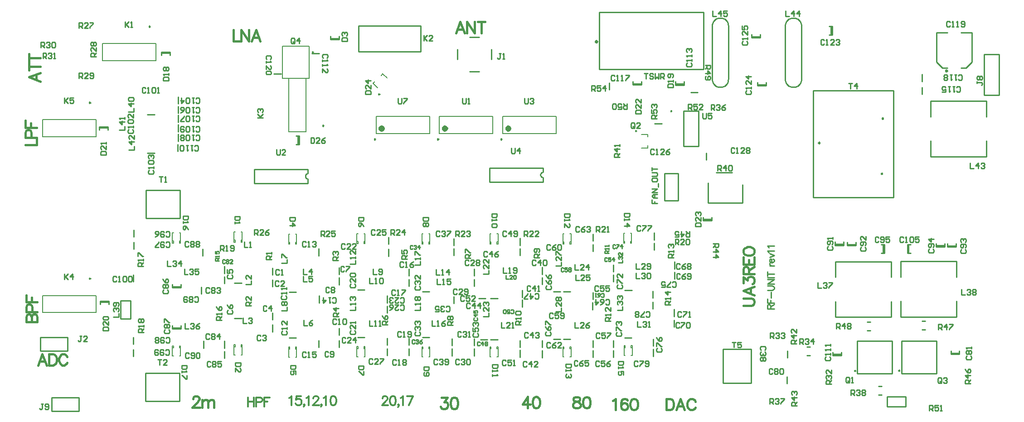
<source format=gto>
G04*
G04 #@! TF.GenerationSoftware,Altium Limited,Altium Designer,19.1.8 (144)*
G04*
G04 Layer_Color=65535*
%FSLAX25Y25*%
%MOIN*%
G70*
G01*
G75*
%ADD10C,0.00984*%
%ADD11C,0.01000*%
%ADD12C,0.02362*%
%ADD13C,0.00787*%
%ADD14C,0.01544*%
%ADD15C,0.00926*%
%ADD16C,0.01235*%
G36*
X623667Y-270660D02*
X623655Y-270513D01*
X623619Y-270371D01*
X623559Y-270237D01*
X623478Y-270116D01*
X623379Y-270011D01*
X623264Y-269927D01*
X623136Y-269865D01*
X623000Y-269826D01*
X622860Y-269813D01*
X622720Y-269826D01*
X622584Y-269865D01*
X622457Y-269927D01*
X622341Y-270011D01*
X622242Y-270116D01*
X622161Y-270237D01*
X622102Y-270371D01*
X622065Y-270513D01*
X622053Y-270660D01*
X622065Y-270807D01*
X622102Y-270950D01*
X622161Y-271083D01*
X622242Y-271204D01*
X622341Y-271309D01*
X622457Y-271393D01*
X622584Y-271456D01*
X622720Y-271494D01*
X622860Y-271507D01*
X623000Y-271494D01*
X623136Y-271456D01*
X623264Y-271393D01*
X623379Y-271309D01*
X623478Y-271204D01*
X623559Y-271083D01*
X623619Y-270950D01*
X623655Y-270807D01*
X623667Y-270660D01*
D01*
D02*
G37*
G36*
X596478Y-101741D02*
X596304Y-101759D01*
X596135Y-101810D01*
X595976Y-101894D01*
X595833Y-102008D01*
X595710Y-102149D01*
X595609Y-102312D01*
X595535Y-102492D01*
X595490Y-102685D01*
X595475Y-102883D01*
X595490Y-103082D01*
X595535Y-103274D01*
X595609Y-103454D01*
X595710Y-103617D01*
X595833Y-103758D01*
X595976Y-103872D01*
X596135Y-103956D01*
X596304Y-104007D01*
X596478Y-104025D01*
X596652Y-104007D01*
X596821Y-103956D01*
X596980Y-103872D01*
X597122Y-103758D01*
X597246Y-103617D01*
X597346Y-103454D01*
X597421Y-103274D01*
X597466Y-103082D01*
X597481Y-102883D01*
X597466Y-102685D01*
X597421Y-102492D01*
X597346Y-102312D01*
X597246Y-102149D01*
X597122Y-102008D01*
X596980Y-101894D01*
X596821Y-101810D01*
X596652Y-101759D01*
X596478Y-101741D01*
D01*
D02*
G37*
G36*
X433885Y-28319D02*
X433865Y-28536D01*
X433809Y-28747D01*
X433717Y-28944D01*
X433592Y-29122D01*
X433438Y-29277D01*
X433259Y-29402D01*
X433062Y-29494D01*
X432852Y-29550D01*
X432635Y-29569D01*
X432418Y-29550D01*
X432207Y-29494D01*
X432010Y-29402D01*
X431831Y-29277D01*
X431677Y-29122D01*
X431552Y-28944D01*
X431460Y-28747D01*
X431404Y-28536D01*
X431385Y-28319D01*
X431404Y-28102D01*
X431460Y-27892D01*
X431552Y-27694D01*
X431677Y-27516D01*
X431831Y-27362D01*
X432010Y-27237D01*
X432207Y-27145D01*
X432418Y-27088D01*
X432635Y-27069D01*
X432852Y-27088D01*
X433062Y-27145D01*
X433259Y-27237D01*
X433438Y-27362D01*
X433592Y-27516D01*
X433717Y-27694D01*
X433809Y-27892D01*
X433865Y-28102D01*
X433885Y-28319D01*
D01*
D02*
G37*
G36*
X488397Y-79486D02*
X488385Y-79352D01*
X488350Y-79222D01*
X488294Y-79101D01*
X488216Y-78991D01*
X488121Y-78896D01*
X488011Y-78819D01*
X487889Y-78762D01*
X487759Y-78727D01*
X487626Y-78715D01*
X487491Y-78727D01*
X487361Y-78762D01*
X487240Y-78819D01*
X487129Y-78896D01*
X487034Y-78991D01*
X486957Y-79101D01*
X486900Y-79222D01*
X486866Y-79352D01*
X486854Y-79486D01*
X486866Y-79619D01*
X486900Y-79749D01*
X486957Y-79871D01*
X487034Y-79981D01*
X487129Y-80076D01*
X487240Y-80153D01*
X487361Y-80209D01*
X487491Y-80244D01*
X487626Y-80256D01*
X487759Y-80244D01*
X487889Y-80209D01*
X488011Y-80153D01*
X488121Y-80076D01*
X488216Y-79981D01*
X488294Y-79871D01*
X488350Y-79749D01*
X488385Y-79619D01*
X488397Y-79486D01*
D01*
D02*
G37*
G36*
X656048Y-270503D02*
X656036Y-270356D01*
X656000Y-270213D01*
X655940Y-270079D01*
X655860Y-269959D01*
X655760Y-269854D01*
X655645Y-269770D01*
X655517Y-269707D01*
X655381Y-269669D01*
X655241Y-269656D01*
X655101Y-269669D01*
X654965Y-269707D01*
X654838Y-269770D01*
X654722Y-269854D01*
X654623Y-269959D01*
X654542Y-270079D01*
X654483Y-270213D01*
X654447Y-270356D01*
X654434Y-270503D01*
X654447Y-270650D01*
X654483Y-270793D01*
X654542Y-270926D01*
X654623Y-271047D01*
X654722Y-271152D01*
X654838Y-271236D01*
X654965Y-271298D01*
X655101Y-271337D01*
X655241Y-271350D01*
X655381Y-271337D01*
X655517Y-271298D01*
X655645Y-271236D01*
X655760Y-271152D01*
X655860Y-271047D01*
X655940Y-270926D01*
X656000Y-270793D01*
X656036Y-270650D01*
X656048Y-270503D01*
D01*
D02*
G37*
G36*
X642542Y-124733D02*
X642381Y-124747D01*
X642225Y-124786D01*
X642079Y-124850D01*
X641946Y-124936D01*
X641832Y-125043D01*
X641739Y-125166D01*
X641671Y-125303D01*
X641629Y-125449D01*
X641615Y-125600D01*
X641629Y-125750D01*
X641671Y-125896D01*
X641739Y-126033D01*
X641832Y-126156D01*
X641946Y-126263D01*
X642079Y-126350D01*
X642225Y-126413D01*
X642381Y-126453D01*
X642542Y-126466D01*
X642703Y-126453D01*
X642859Y-126413D01*
X643006Y-126350D01*
X643138Y-126263D01*
X643252Y-126156D01*
X643345Y-126033D01*
X643413Y-125896D01*
X643455Y-125750D01*
X643469Y-125600D01*
X643455Y-125449D01*
X643413Y-125303D01*
X643345Y-125166D01*
X643252Y-125043D01*
X643138Y-124936D01*
X643006Y-124850D01*
X642859Y-124786D01*
X642703Y-124747D01*
X642542Y-124733D01*
D01*
D02*
G37*
G36*
X643173Y-83907D02*
X643026Y-83922D01*
X642883Y-83967D01*
X642750Y-84041D01*
X642629Y-84142D01*
X642524Y-84265D01*
X642440Y-84409D01*
X642377Y-84567D01*
X642339Y-84736D01*
X642326Y-84911D01*
X642339Y-85085D01*
X642377Y-85254D01*
X642440Y-85413D01*
X642524Y-85556D01*
X642629Y-85680D01*
X642750Y-85780D01*
X642883Y-85854D01*
X643026Y-85899D01*
X643173Y-85915D01*
X643320Y-85899D01*
X643462Y-85854D01*
X643596Y-85780D01*
X643716Y-85680D01*
X643821Y-85556D01*
X643905Y-85413D01*
X643968Y-85254D01*
X644006Y-85085D01*
X644019Y-84911D01*
X644006Y-84736D01*
X643968Y-84567D01*
X643905Y-84409D01*
X643821Y-84265D01*
X643716Y-84142D01*
X643596Y-84041D01*
X643462Y-83967D01*
X643320Y-83922D01*
X643173Y-83907D01*
D01*
D02*
G37*
G36*
X690045Y-48691D02*
X689840Y-48709D01*
X689641Y-48762D01*
X689454Y-48849D01*
X689286Y-48967D01*
X689140Y-49113D01*
X689022Y-49281D01*
X688935Y-49468D01*
X688882Y-49666D01*
X688864Y-49871D01*
X688882Y-50076D01*
X688935Y-50275D01*
X689022Y-50461D01*
X689140Y-50630D01*
X689286Y-50776D01*
X689454Y-50893D01*
X689641Y-50980D01*
X689840Y-51034D01*
X690045Y-51052D01*
X690250Y-51034D01*
X690449Y-50980D01*
X690635Y-50893D01*
X690804Y-50776D01*
X690950Y-50630D01*
X691068Y-50461D01*
X691155Y-50275D01*
X691208Y-50076D01*
X691226Y-49871D01*
X691208Y-49666D01*
X691155Y-49468D01*
X691068Y-49281D01*
X690950Y-49113D01*
X690804Y-48967D01*
X690635Y-48849D01*
X690449Y-48762D01*
X690250Y-48709D01*
X690045Y-48691D01*
D01*
D02*
G37*
D10*
X224299Y-36000D02*
X223561Y-35574D01*
Y-36426D01*
X224299Y-36000D01*
X363059Y-100071D02*
X362321Y-99645D01*
Y-100497D01*
X363059Y-100071D01*
X273195Y-66921D02*
X272457Y-66495D01*
Y-67348D01*
X273195Y-66921D01*
X270032Y-100071D02*
X269294Y-99645D01*
Y-100497D01*
X270032Y-100071D01*
X316508D02*
X315769Y-99645D01*
Y-100497D01*
X316508Y-100071D01*
X462161Y-93921D02*
X461423Y-93495D01*
Y-94348D01*
X462161Y-93921D01*
X60519Y-73214D02*
X59781Y-72788D01*
Y-73640D01*
X60519Y-73214D01*
X60500Y-202655D02*
X59762Y-202228D01*
Y-203081D01*
X60500Y-202655D01*
X232074Y-90055D02*
X231336Y-89628D01*
Y-90481D01*
X232074Y-90055D01*
X104330Y-17128D02*
X103591Y-16702D01*
Y-17554D01*
X104330Y-17128D01*
D11*
X529573Y-16774D02*
X529491Y-15787D01*
X529248Y-14826D01*
X528850Y-13919D01*
X528308Y-13089D01*
X527636Y-12360D01*
X526855Y-11751D01*
X525983Y-11280D01*
X525046Y-10958D01*
X524068Y-10795D01*
X523077D01*
X522100Y-10958D01*
X521163Y-11280D01*
X520291Y-11751D01*
X519509Y-12360D01*
X518838Y-13089D01*
X518296Y-13919D01*
X517898Y-14826D01*
X517655Y-15787D01*
X517573Y-16774D01*
Y-55774D02*
X517655Y-56762D01*
X517898Y-57723D01*
X518296Y-58630D01*
X518838Y-59460D01*
X519509Y-60189D01*
X520291Y-60797D01*
X521163Y-61269D01*
X522100Y-61591D01*
X523077Y-61754D01*
X524068D01*
X525046Y-61591D01*
X525983Y-61269D01*
X526855Y-60797D01*
X527636Y-60189D01*
X528308Y-59460D01*
X528850Y-58630D01*
X529248Y-57723D01*
X529491Y-56762D01*
X529573Y-55774D01*
X393288Y-124441D02*
X392303Y-124705D01*
X391582Y-125426D01*
X391318Y-126411D01*
X391582Y-127395D01*
X392303Y-128116D01*
X393288Y-128380D01*
X583378Y-16800D02*
X583296Y-15812D01*
X583052Y-14852D01*
X582654Y-13944D01*
X582112Y-13115D01*
X581441Y-12386D01*
X580659Y-11777D01*
X579788Y-11305D01*
X578851Y-10984D01*
X577873Y-10820D01*
X576882D01*
X575905Y-10984D01*
X574967Y-11305D01*
X574096Y-11777D01*
X573314Y-12386D01*
X572643Y-13115D01*
X572101Y-13944D01*
X571703Y-14852D01*
X571459Y-15812D01*
X571378Y-16800D01*
Y-55800D02*
X571459Y-56788D01*
X571703Y-57748D01*
X572101Y-58656D01*
X572643Y-59485D01*
X573314Y-60214D01*
X574096Y-60823D01*
X574967Y-61295D01*
X575905Y-61616D01*
X576882Y-61779D01*
X577873D01*
X578851Y-61616D01*
X579788Y-61295D01*
X580659Y-60823D01*
X581441Y-60214D01*
X582112Y-59485D01*
X582654Y-58656D01*
X583052Y-57748D01*
X583296Y-56788D01*
X583378Y-55800D01*
X220474Y-125395D02*
X219489Y-125659D01*
X218768Y-126380D01*
X218504Y-127364D01*
X218768Y-128349D01*
X219489Y-129070D01*
X220474Y-129333D01*
X120604Y-239676D02*
Y-237320D01*
X126897Y-239676D02*
Y-237320D01*
X120604Y-239676D02*
X126897D01*
X120604Y-238931D02*
X126897D01*
X120604Y-209456D02*
Y-207100D01*
X126897Y-209456D02*
Y-207100D01*
X120604Y-209456D02*
X126897D01*
X120604Y-208711D02*
X126897D01*
X23499Y-256000D02*
Y-246000D01*
Y-256000D02*
X43501D01*
Y-246000D01*
X23499D02*
X43501D01*
X257765Y-35539D02*
X303265D01*
X257765Y-16539D02*
X303265D01*
Y-35539D02*
Y-16539D01*
X257765Y-35539D02*
Y-16539D01*
X82510Y-232368D02*
X89990D01*
X82510Y-218955D02*
X89990D01*
X82510Y-232368D02*
Y-218955D01*
X89990Y-232368D02*
Y-218955D01*
X510993Y-159833D02*
Y-157477D01*
X517286Y-159833D02*
Y-157477D01*
X510993Y-159091D02*
X517286D01*
X510993Y-159836D02*
X517286D01*
X717513Y-67511D02*
Y-37511D01*
X728537D01*
Y-67511D02*
Y-37511D01*
X717513Y-67511D02*
X728537D01*
X659848Y-297047D02*
Y-289567D01*
X646434Y-297047D02*
Y-289567D01*
Y-297047D02*
X659848D01*
X646434Y-289567D02*
X659848D01*
X73393Y-93254D02*
Y-90898D01*
X67100Y-93254D02*
Y-90898D01*
Y-91640D02*
X73393D01*
X67100Y-90895D02*
X73393D01*
X101426Y-158212D02*
Y-137662D01*
X126389D01*
Y-158212D02*
Y-137662D01*
X101426Y-158212D02*
X126389D01*
X492571Y-145297D02*
Y-125295D01*
X482571Y-145297D02*
X492571D01*
X482571D02*
Y-125295D01*
X492571D01*
X525656Y-279704D02*
X546206D01*
X525656D02*
Y-254742D01*
X546206D01*
Y-279704D02*
Y-254742D01*
X514648Y-147026D02*
Y-132459D01*
Y-147026D02*
X539845D01*
Y-133640D01*
X520555Y-124585D02*
X527247D01*
X532365D01*
X693177Y-257683D02*
X699470D01*
X693177Y-258428D02*
X699470D01*
Y-256072D01*
X693177Y-258428D02*
Y-256072D01*
X682760Y-21526D02*
X690831Y-21522D01*
X682760Y-43176D02*
Y-21526D01*
Y-43176D02*
X687092Y-47506D01*
X690831D01*
X700674Y-21522D02*
X708744Y-21526D01*
Y-43176D02*
Y-21526D01*
X704413Y-47506D02*
X708744Y-43176D01*
X700674Y-47506D02*
X704413D01*
X126074Y-292898D02*
Y-272348D01*
X101111Y-292898D02*
X126074D01*
X101111D02*
Y-272348D01*
X126074D01*
X459262Y-59939D02*
Y-57583D01*
X465555Y-59939D02*
Y-57583D01*
X459262Y-59198D02*
X465555D01*
X459262Y-59943D02*
X465555D01*
X517573Y-55756D02*
Y-16793D01*
X529573Y-55756D02*
Y-16793D01*
X32125Y-290393D02*
X52127D01*
Y-300394D02*
Y-290393D01*
X32125Y-300394D02*
X52127D01*
X32125D02*
Y-290393D01*
X624495Y-248672D02*
X650124D01*
Y-272688D02*
Y-248672D01*
X624495Y-272688D02*
X650124D01*
X624495D02*
Y-248672D01*
X639993Y-288127D02*
X642349D01*
X639993Y-281834D02*
X642349D01*
X649260Y-231085D02*
Y-219469D01*
X608317Y-231085D02*
Y-219469D01*
Y-231085D02*
X649260D01*
X608317Y-190140D02*
X649260D01*
Y-201756D02*
Y-190140D01*
X608317Y-201756D02*
Y-190140D01*
X353920Y-121292D02*
X393287D01*
X353920Y-131529D02*
X393287D01*
X353920D02*
Y-121292D01*
X393287Y-124441D02*
Y-121292D01*
Y-131529D02*
Y-128380D01*
X496550Y-105365D02*
Y-79382D01*
X507574Y-105365D02*
Y-79382D01*
X496550Y-105365D02*
X507574D01*
X496550Y-79382D02*
X507574D01*
X434512Y-6625D02*
X511244D01*
Y-48633D02*
Y-6625D01*
X434512Y-48633D02*
X511244D01*
X434512D02*
Y-6625D01*
X651104Y-142922D02*
Y-64182D01*
X592055D02*
X651104D01*
X592055Y-142922D02*
Y-64182D01*
Y-142922D02*
X651104D01*
X159136Y-198807D02*
Y-193693D01*
X278588Y-228057D02*
Y-222943D01*
X631523Y-240828D02*
X633879D01*
X631523Y-234535D02*
X633879D01*
X279787Y-186144D02*
Y-181029D01*
X278588Y-220557D02*
Y-215443D01*
X278537Y-251768D02*
Y-246654D01*
X571378Y-55782D02*
Y-16818D01*
X583378Y-55782D02*
Y-16818D01*
X102443Y-82088D02*
X107557D01*
X719426Y-112917D02*
Y-101300D01*
X678483Y-112917D02*
Y-101300D01*
Y-112917D02*
X719426D01*
X678483Y-71972D02*
X719426D01*
Y-83588D02*
Y-71972D01*
X678483Y-83588D02*
Y-71972D01*
X656294Y-201737D02*
Y-190121D01*
X697237Y-201737D02*
Y-190121D01*
X656294D02*
X697237D01*
X656294Y-231066D02*
X697237D01*
X656294D02*
Y-219450D01*
X697237Y-231066D02*
Y-219450D01*
X656876Y-272531D02*
Y-248515D01*
Y-272531D02*
X682505D01*
Y-248515D01*
X656876D02*
X682505D01*
X546811Y-25418D02*
Y-23062D01*
X553103Y-25418D02*
Y-23062D01*
X546811Y-25418D02*
X553103D01*
X546811Y-24673D02*
X553103D01*
X513358Y-115447D02*
Y-110333D01*
X587312Y-253088D02*
X589668D01*
X587312Y-259381D02*
X589668D01*
X606217Y-259178D02*
Y-256822D01*
X612510Y-259178D02*
Y-256822D01*
X606217Y-259178D02*
X612510D01*
X606217Y-258434D02*
X612510D01*
X475038Y-174219D02*
Y-169105D01*
X474413Y-259844D02*
Y-254730D01*
X474088Y-225057D02*
Y-219943D01*
X474413Y-252344D02*
Y-247230D01*
X489590Y-230532D02*
Y-225418D01*
X490038Y-195469D02*
Y-190355D01*
X430030Y-253247D02*
Y-248133D01*
X408337Y-212326D02*
X413451D01*
X445030Y-253247D02*
Y-248133D01*
Y-260747D02*
Y-255633D01*
Y-197622D02*
Y-192508D01*
X355450Y-41178D02*
Y-34091D01*
X339313Y-25041D02*
X346400D01*
X330263Y-41178D02*
Y-34091D01*
X339313Y-50228D02*
X346400D01*
X376434Y-260524D02*
Y-255410D01*
X378088Y-223557D02*
Y-218443D01*
X376434Y-253387D02*
Y-248273D01*
X354741Y-247669D02*
X359855D01*
X326306Y-259496D02*
Y-254382D01*
X327537Y-221066D02*
Y-215952D01*
X342556Y-259496D02*
Y-254382D01*
Y-200746D02*
Y-195632D01*
X294787Y-259268D02*
Y-254154D01*
Y-200780D02*
Y-195666D01*
X195443Y-52088D02*
X200557D01*
X223443Y-36912D02*
X228557D01*
X220472Y-132483D02*
Y-129333D01*
Y-125395D02*
Y-122245D01*
X181105Y-132483D02*
Y-122245D01*
Y-132483D02*
X220472D01*
X181105Y-122245D02*
X220472D01*
X228280Y-253388D02*
Y-248274D01*
X228588Y-220557D02*
Y-215443D01*
X166455Y-232125D02*
X171569D01*
X166455Y-205875D02*
X171569D01*
X194398Y-233046D02*
Y-227932D01*
Y-199921D02*
Y-194807D01*
X124588Y-109057D02*
Y-103943D01*
X125088Y-81057D02*
Y-75943D01*
Y-74057D02*
Y-68943D01*
X102433Y-110376D02*
X107547D01*
X92412Y-172057D02*
Y-166943D01*
X67791Y-219353D02*
X74084D01*
X67791Y-220098D02*
X74084D01*
X67791Y-221713D02*
Y-219357D01*
X74084Y-221713D02*
Y-219357D01*
X91912Y-260057D02*
Y-254943D01*
X143511Y-253807D02*
Y-248693D01*
X671912Y-57557D02*
Y-52443D01*
Y-67057D02*
Y-61943D01*
X641885Y-183899D02*
X644241D01*
X641885Y-177606D02*
X644241D01*
Y-183899D02*
Y-177606D01*
X643496Y-183899D02*
Y-177606D01*
X690779Y-179244D02*
Y-176888D01*
X697072Y-179244D02*
Y-176888D01*
X690779Y-179244D02*
X697072D01*
X690779Y-178499D02*
X697072D01*
X672019Y-240334D02*
X674375D01*
X672019Y-234041D02*
X674375D01*
X603517Y-23410D02*
X605873D01*
X603517Y-17117D02*
X605873D01*
Y-23410D02*
Y-17117D01*
X605128Y-23410D02*
Y-17117D01*
X550948Y-60668D02*
Y-58312D01*
X557241Y-60668D02*
Y-58312D01*
X550948Y-60668D02*
X557241D01*
X550948Y-59923D02*
X557241D01*
X607952Y-178132D02*
Y-175776D01*
X614245Y-178132D02*
Y-175776D01*
X607952Y-178132D02*
X614245D01*
X607952Y-177387D02*
X614245D01*
X490761Y-60148D02*
X497054D01*
X490761Y-59403D02*
X497054D01*
Y-60144D02*
Y-57788D01*
X490761Y-60144D02*
Y-57788D01*
X475038Y-181719D02*
Y-176605D01*
X430030Y-182622D02*
Y-177508D01*
X474088Y-217057D02*
Y-211943D01*
X490038Y-202969D02*
Y-197855D01*
X400837Y-212326D02*
X405951D01*
X430136Y-218057D02*
Y-212943D01*
X445030Y-205122D02*
Y-200008D01*
X489502Y-238387D02*
Y-233273D01*
X400837Y-247326D02*
X405951D01*
X408337D02*
X413451D01*
X376434Y-178227D02*
Y-173113D01*
Y-185727D02*
Y-180613D01*
X327556Y-178246D02*
Y-173132D01*
Y-185747D02*
Y-180632D01*
X345991Y-217306D02*
X351105D01*
X378088Y-216557D02*
Y-211443D01*
X354741Y-217306D02*
X359855D01*
X342556Y-208246D02*
Y-203132D01*
X294787Y-208280D02*
Y-203166D01*
X347241Y-247669D02*
X352355D01*
X326306Y-251996D02*
Y-246882D01*
X342556Y-251996D02*
Y-246882D01*
X294787Y-251768D02*
Y-246654D01*
X228280Y-185888D02*
Y-180774D01*
X256844Y-210848D02*
X261958D01*
X194398Y-208671D02*
Y-203557D01*
X256844Y-245848D02*
X261958D01*
X194398Y-241796D02*
Y-236682D01*
X125088Y-94557D02*
Y-89443D01*
Y-101557D02*
Y-96443D01*
Y-87557D02*
Y-82443D01*
X92412Y-181057D02*
Y-175943D01*
X142886Y-186107D02*
Y-180992D01*
X92114Y-205057D02*
Y-199943D01*
X142088Y-214057D02*
Y-208943D01*
X91912Y-251057D02*
Y-245943D01*
X501900Y-65569D02*
X507015D01*
X279787Y-177393D02*
Y-172279D01*
X573088Y-261057D02*
Y-255943D01*
X475412Y-88791D02*
X480526D01*
X430030Y-175122D02*
Y-170008D01*
Y-260747D02*
Y-255633D01*
X429588Y-225557D02*
Y-220443D01*
X392684Y-253387D02*
Y-248273D01*
Y-260887D02*
Y-255773D01*
Y-199477D02*
Y-194363D01*
X278537Y-259268D02*
Y-254154D01*
X243280Y-253388D02*
Y-248274D01*
Y-199638D02*
Y-194524D01*
X213861Y-103961D02*
Y-97668D01*
X213116Y-103961D02*
Y-97668D01*
X211501D02*
X213857D01*
X211501Y-103961D02*
X213857D01*
X159136Y-261307D02*
Y-256193D01*
Y-253807D02*
Y-248693D01*
X112683Y-35982D02*
X118976D01*
X112683Y-36726D02*
X118976D01*
X112683Y-38341D02*
Y-35985D01*
X118976Y-38341D02*
Y-35985D01*
X682316Y-179180D02*
Y-176824D01*
X688609Y-179180D02*
Y-176824D01*
X682316Y-179180D02*
X688609D01*
X682316Y-178435D02*
X688609D01*
X661384Y-177553D02*
X663740D01*
X661384Y-183846D02*
X663740D01*
X661384D02*
Y-177553D01*
X662129Y-183846D02*
Y-177553D01*
X617061Y-178374D02*
Y-176018D01*
X623354Y-178374D02*
Y-176018D01*
X617061Y-178374D02*
X623354D01*
X617061Y-177629D02*
X623354D01*
X572588Y-280057D02*
Y-274943D01*
X442069Y-63711D02*
Y-58597D01*
X453434Y-211423D02*
X458548D01*
X453344Y-246423D02*
X458459D01*
X392684Y-206977D02*
Y-201863D01*
X304613Y-212326D02*
X309727D01*
X304613Y-246076D02*
X309727D01*
X237105Y-26706D02*
X243398D01*
X237105Y-25961D02*
X243398D01*
Y-26702D02*
Y-24346D01*
X237105Y-26702D02*
Y-24346D01*
X243280Y-207138D02*
Y-202024D01*
Y-244274D02*
Y-239160D01*
X206587Y-212467D02*
X211701D01*
X206587Y-246217D02*
X211701D01*
X159136Y-206307D02*
Y-201193D01*
X617879Y-58968D02*
X620538D01*
X619208D01*
Y-62956D01*
X623861D02*
Y-58968D01*
X621867Y-60962D01*
X624526D01*
X262512Y-67000D02*
X266500D01*
Y-65006D01*
X265835Y-64341D01*
X263177D01*
X262512Y-65006D01*
Y-67000D01*
X266500Y-60353D02*
Y-63012D01*
X263841Y-60353D01*
X263177D01*
X262512Y-61018D01*
Y-62347D01*
X263177Y-63012D01*
X266500Y-57030D02*
X262512D01*
X264506Y-59024D01*
Y-56365D01*
X467824Y-51587D02*
X470483D01*
X469153D01*
Y-55575D01*
X474471Y-52252D02*
X473806Y-51587D01*
X472477D01*
X471812Y-52252D01*
Y-52916D01*
X472477Y-53581D01*
X473806D01*
X474471Y-54246D01*
Y-54910D01*
X473806Y-55575D01*
X472477D01*
X471812Y-54910D01*
X475800Y-51587D02*
Y-55575D01*
X477130Y-54246D01*
X478459Y-55575D01*
Y-51587D01*
X479788Y-55575D02*
Y-51587D01*
X481782D01*
X482447Y-52252D01*
Y-53581D01*
X481782Y-54246D01*
X479788D01*
X481118D02*
X482447Y-55575D01*
X510552Y-80884D02*
Y-84207D01*
X511216Y-84872D01*
X512546D01*
X513210Y-84207D01*
Y-80884D01*
X517198D02*
X514540D01*
Y-82878D01*
X515869Y-82213D01*
X516534D01*
X517198Y-82878D01*
Y-84207D01*
X516534Y-84872D01*
X515204D01*
X514540Y-84207D01*
X369902Y-106629D02*
Y-109952D01*
X370567Y-110617D01*
X371896D01*
X372561Y-109952D01*
Y-106629D01*
X375885Y-110617D02*
Y-106629D01*
X373890Y-108623D01*
X376549D01*
X379709Y-69955D02*
Y-73278D01*
X380374Y-73943D01*
X381703D01*
X382368Y-73278D01*
Y-69955D01*
X383697Y-70619D02*
X384362Y-69955D01*
X385691D01*
X386356Y-70619D01*
Y-71284D01*
X385691Y-71949D01*
X385027D01*
X385691D01*
X386356Y-72614D01*
Y-73278D01*
X385691Y-73943D01*
X384362D01*
X383697Y-73278D01*
X500028Y-78237D02*
Y-74248D01*
X502022D01*
X502686Y-74913D01*
Y-76243D01*
X502022Y-76907D01*
X500028D01*
X501357D02*
X502686Y-78237D01*
X506674Y-74248D02*
X504016D01*
Y-76243D01*
X505345Y-75578D01*
X506010D01*
X506674Y-76243D01*
Y-77572D01*
X506010Y-78237D01*
X504680D01*
X504016Y-77572D01*
X510663Y-78237D02*
X508004D01*
X510663Y-75578D01*
Y-74913D01*
X509998Y-74248D01*
X508669D01*
X508004Y-74913D01*
X595248Y-205785D02*
Y-209773D01*
X597907D01*
X599236Y-206450D02*
X599901Y-205785D01*
X601231D01*
X601895Y-206450D01*
Y-207115D01*
X601231Y-207780D01*
X600566D01*
X601231D01*
X601895Y-208444D01*
Y-209109D01*
X601231Y-209773D01*
X599901D01*
X599236Y-209109D01*
X603225Y-205785D02*
X605883D01*
Y-206450D01*
X603225Y-209109D01*
Y-209773D01*
X619595Y-288528D02*
Y-284540D01*
X621589D01*
X622254Y-285204D01*
Y-286534D01*
X621589Y-287198D01*
X619595D01*
X620924D02*
X622254Y-288528D01*
X623583Y-285204D02*
X624248Y-284540D01*
X625577D01*
X626242Y-285204D01*
Y-285869D01*
X625577Y-286534D01*
X624912D01*
X625577D01*
X626242Y-287198D01*
Y-287863D01*
X625577Y-288528D01*
X624248D01*
X623583Y-287863D01*
X627571Y-285204D02*
X628236Y-284540D01*
X629565D01*
X630230Y-285204D01*
Y-285869D01*
X629565Y-286534D01*
X630230Y-287198D01*
Y-287863D01*
X629565Y-288528D01*
X628236D01*
X627571Y-287863D01*
Y-287198D01*
X628236Y-286534D01*
X627571Y-285869D01*
Y-285204D01*
X628236Y-286534D02*
X629565D01*
X618559Y-278469D02*
Y-275811D01*
X617895Y-275146D01*
X616565D01*
X615900Y-275811D01*
Y-278469D01*
X616565Y-279134D01*
X617895D01*
X617230Y-277805D02*
X618559Y-279134D01*
X617895D02*
X618559Y-278469D01*
X619888Y-279134D02*
X621218D01*
X620553D01*
Y-275146D01*
X619888Y-275811D01*
X305500Y-23512D02*
Y-27500D01*
Y-26171D01*
X308159Y-23512D01*
X306165Y-25506D01*
X308159Y-27500D01*
X312147D02*
X309488D01*
X312147Y-24841D01*
Y-24177D01*
X311482Y-23512D01*
X310153D01*
X309488Y-24177D01*
X41460Y-69783D02*
Y-73771D01*
Y-72441D01*
X44119Y-69783D01*
X42125Y-71777D01*
X44119Y-73771D01*
X48107Y-69783D02*
X45448D01*
Y-71777D01*
X46778Y-71112D01*
X47442D01*
X48107Y-71777D01*
Y-73106D01*
X47442Y-73771D01*
X46113D01*
X45448Y-73106D01*
X41346Y-199224D02*
Y-203212D01*
Y-201882D01*
X44005Y-199224D01*
X42011Y-201218D01*
X44005Y-203212D01*
X47329D02*
Y-199224D01*
X45335Y-201218D01*
X47993D01*
X54092Y-244837D02*
X52763D01*
X53427D01*
Y-248160D01*
X52763Y-248825D01*
X52098D01*
X51433Y-248160D01*
X58080Y-248825D02*
X55422D01*
X58080Y-246166D01*
Y-245501D01*
X57416Y-244837D01*
X56086D01*
X55422Y-245501D01*
X159337Y-189204D02*
X158878Y-188745D01*
X157959D01*
X157500Y-189204D01*
Y-191041D01*
X157959Y-191500D01*
X158878D01*
X159337Y-191041D01*
X160255Y-189204D02*
X160714Y-188745D01*
X161633D01*
X162092Y-189204D01*
Y-189663D01*
X161633Y-190122D01*
X162092Y-190582D01*
Y-191041D01*
X161633Y-191500D01*
X160714D01*
X160255Y-191041D01*
Y-190582D01*
X160714Y-190122D01*
X160255Y-189663D01*
Y-189204D01*
X160714Y-190122D02*
X161633D01*
X164847Y-191500D02*
X163010D01*
X164847Y-189663D01*
Y-189204D01*
X164388Y-188745D01*
X163469D01*
X163010Y-189204D01*
X288341Y-225323D02*
X289006Y-225988D01*
X290335D01*
X291000Y-225323D01*
Y-222665D01*
X290335Y-222000D01*
X289006D01*
X288341Y-222665D01*
X284353Y-222000D02*
X287012D01*
X284353Y-224659D01*
Y-225323D01*
X285018Y-225988D01*
X286347D01*
X287012Y-225323D01*
X280365Y-225988D02*
X281694Y-225323D01*
X283024Y-223994D01*
Y-222665D01*
X282359Y-222000D01*
X281030D01*
X280365Y-222665D01*
Y-223329D01*
X281030Y-223994D01*
X283024D01*
X500940Y-168090D02*
Y-172078D01*
X498946D01*
X498281Y-171414D01*
Y-170084D01*
X498946Y-169420D01*
X500940D01*
X499610D02*
X498281Y-168090D01*
X494958D02*
Y-172078D01*
X496952Y-170084D01*
X494293D01*
X490305Y-172078D02*
X492964D01*
Y-170084D01*
X491634Y-170749D01*
X490970D01*
X490305Y-170084D01*
Y-168755D01*
X490970Y-168090D01*
X492299D01*
X492964Y-168755D01*
X608982Y-239666D02*
Y-235678D01*
X610976D01*
X611640Y-236342D01*
Y-237672D01*
X610976Y-238336D01*
X608982D01*
X610311D02*
X611640Y-239666D01*
X614964D02*
Y-235678D01*
X612970Y-237672D01*
X615628D01*
X616958Y-236342D02*
X617622Y-235678D01*
X618952D01*
X619616Y-236342D01*
Y-237007D01*
X618952Y-237672D01*
X619616Y-238336D01*
Y-239001D01*
X618952Y-239666D01*
X617622D01*
X616958Y-239001D01*
Y-238336D01*
X617622Y-237672D01*
X616958Y-237007D01*
Y-236342D01*
X617622Y-237672D02*
X618952D01*
X25500Y-40500D02*
Y-36512D01*
X27494D01*
X28159Y-37177D01*
Y-38506D01*
X27494Y-39171D01*
X25500D01*
X26829D02*
X28159Y-40500D01*
X29488Y-37177D02*
X30153Y-36512D01*
X31482D01*
X32147Y-37177D01*
Y-37841D01*
X31482Y-38506D01*
X30817D01*
X31482D01*
X32147Y-39171D01*
Y-39835D01*
X31482Y-40500D01*
X30153D01*
X29488Y-39835D01*
X33476Y-40500D02*
X34806D01*
X34141D01*
Y-36512D01*
X33476Y-37177D01*
X24000Y-32500D02*
Y-28512D01*
X25994D01*
X26659Y-29177D01*
Y-30506D01*
X25994Y-31171D01*
X24000D01*
X25329D02*
X26659Y-32500D01*
X27988Y-29177D02*
X28653Y-28512D01*
X29982D01*
X30647Y-29177D01*
Y-29841D01*
X29982Y-30506D01*
X29318D01*
X29982D01*
X30647Y-31171D01*
Y-31835D01*
X29982Y-32500D01*
X28653D01*
X27988Y-31835D01*
X31976Y-29177D02*
X32641Y-28512D01*
X33970D01*
X34635Y-29177D01*
Y-31835D01*
X33970Y-32500D01*
X32641D01*
X31976Y-31835D01*
Y-29177D01*
X156025Y-182183D02*
Y-178195D01*
X158019D01*
X158684Y-178860D01*
Y-180189D01*
X158019Y-180854D01*
X156025D01*
X157354D02*
X158684Y-182183D01*
X160013D02*
X161342D01*
X160678D01*
Y-178195D01*
X160013Y-178860D01*
X163336Y-181519D02*
X164001Y-182183D01*
X165330D01*
X165995Y-181519D01*
Y-178860D01*
X165330Y-178195D01*
X164001D01*
X163336Y-178860D01*
Y-179525D01*
X164001Y-180189D01*
X165995D01*
X247659Y-177677D02*
X246994Y-177012D01*
X245665D01*
X245000Y-177677D01*
Y-180335D01*
X245665Y-181000D01*
X246994D01*
X247659Y-180335D01*
X251647Y-181000D02*
X248988D01*
X251647Y-178341D01*
Y-177677D01*
X250982Y-177012D01*
X249653D01*
X248988Y-177677D01*
X255635Y-181000D02*
X252976D01*
X255635Y-178341D01*
Y-177677D01*
X254970Y-177012D01*
X253641D01*
X252976Y-177677D01*
X288341Y-219823D02*
X289006Y-220488D01*
X290335D01*
X291000Y-219823D01*
Y-217165D01*
X290335Y-216500D01*
X289006D01*
X288341Y-217165D01*
X284353Y-216500D02*
X287012D01*
X284353Y-219159D01*
Y-219823D01*
X285018Y-220488D01*
X286347D01*
X287012Y-219823D01*
X283024D02*
X282359Y-220488D01*
X281030D01*
X280365Y-219823D01*
Y-219159D01*
X281030Y-218494D01*
X281694D01*
X281030D01*
X280365Y-217829D01*
Y-217165D01*
X281030Y-216500D01*
X282359D01*
X283024Y-217165D01*
X248159Y-246677D02*
X247494Y-246012D01*
X246165D01*
X245500Y-246677D01*
Y-249335D01*
X246165Y-250000D01*
X247494D01*
X248159Y-249335D01*
X252147Y-250000D02*
X249488D01*
X252147Y-247341D01*
Y-246677D01*
X251482Y-246012D01*
X250153D01*
X249488Y-246677D01*
X255470Y-250000D02*
Y-246012D01*
X253476Y-248006D01*
X256135D01*
X25664Y-294887D02*
X24334D01*
X24999D01*
Y-298210D01*
X24334Y-298875D01*
X23669D01*
X23005Y-298210D01*
X26993D02*
X27657Y-298875D01*
X28987D01*
X29652Y-298210D01*
Y-295552D01*
X28987Y-294887D01*
X27657D01*
X26993Y-295552D01*
Y-296216D01*
X27657Y-296881D01*
X29652D01*
X518107Y-5560D02*
Y-9548D01*
X520766D01*
X524089D02*
Y-5560D01*
X522095Y-7554D01*
X524754D01*
X528742Y-5560D02*
X526083D01*
Y-7554D01*
X527413Y-6889D01*
X528077D01*
X528742Y-7554D01*
Y-8883D01*
X528077Y-9548D01*
X526748D01*
X526083Y-8883D01*
X571816Y-5585D02*
Y-9573D01*
X574475D01*
X577799D02*
Y-5585D01*
X575805Y-7580D01*
X578463D01*
X581787Y-9573D02*
Y-5585D01*
X579793Y-7580D01*
X582451D01*
X461223Y-81393D02*
X465211D01*
Y-79399D01*
X464547Y-78734D01*
X461888D01*
X461223Y-79399D01*
Y-81393D01*
X465211Y-74746D02*
Y-77405D01*
X462553Y-74746D01*
X461888D01*
X461223Y-75411D01*
Y-76740D01*
X461888Y-77405D01*
X465211Y-70758D02*
Y-73417D01*
X462553Y-70758D01*
X461888D01*
X461223Y-71423D01*
Y-72752D01*
X461888Y-73417D01*
X412988Y-155000D02*
X409000D01*
Y-156994D01*
X409665Y-157659D01*
X412323D01*
X412988Y-156994D01*
Y-155000D01*
X409000Y-158988D02*
Y-160318D01*
Y-159653D01*
X412988D01*
X412323Y-158988D01*
X409000Y-164970D02*
Y-162311D01*
X411659Y-164970D01*
X412323D01*
X412988Y-164306D01*
Y-162976D01*
X412323Y-162311D01*
X281252Y-170657D02*
Y-166669D01*
X283246D01*
X283911Y-167334D01*
Y-168663D01*
X283246Y-169328D01*
X281252D01*
X282582D02*
X283911Y-170657D01*
X287899D02*
X285241D01*
X287899Y-167998D01*
Y-167334D01*
X287234Y-166669D01*
X285905D01*
X285241Y-167334D01*
X291223Y-170657D02*
Y-166669D01*
X289229Y-168663D01*
X291887D01*
X183367Y-84293D02*
X187355D01*
X186026D01*
X183367Y-81635D01*
X185361Y-83629D01*
X187355Y-81635D01*
X184032Y-80305D02*
X183367Y-79641D01*
Y-78311D01*
X184032Y-77646D01*
X184697D01*
X185361Y-78311D01*
Y-78976D01*
Y-78311D01*
X186026Y-77646D01*
X186691D01*
X187355Y-78311D01*
Y-79641D01*
X186691Y-80305D01*
X181056Y-170685D02*
Y-166697D01*
X183050D01*
X183715Y-167361D01*
Y-168691D01*
X183050Y-169356D01*
X181056D01*
X182386D02*
X183715Y-170685D01*
X187703D02*
X185044D01*
X187703Y-168026D01*
Y-167361D01*
X187039Y-166697D01*
X185709D01*
X185044Y-167361D01*
X191691Y-166697D02*
X190362Y-167361D01*
X189032Y-168691D01*
Y-170020D01*
X189697Y-170685D01*
X191027D01*
X191691Y-170020D01*
Y-169356D01*
X191027Y-168691D01*
X189032D01*
X261488Y-157500D02*
X257500D01*
Y-159494D01*
X258165Y-160159D01*
X260823D01*
X261488Y-159494D01*
Y-157500D01*
Y-164147D02*
X260823Y-162818D01*
X259494Y-161488D01*
X258165D01*
X257500Y-162153D01*
Y-163482D01*
X258165Y-164147D01*
X258829D01*
X259494Y-163482D01*
Y-161488D01*
X170488Y-157000D02*
X166500D01*
Y-158994D01*
X167165Y-159659D01*
X169823D01*
X170488Y-158994D01*
Y-157000D01*
X166500Y-160988D02*
Y-162318D01*
Y-161653D01*
X170488D01*
X169823Y-160988D01*
X101159Y-62677D02*
X100494Y-62012D01*
X99165D01*
X98500Y-62677D01*
Y-65335D01*
X99165Y-66000D01*
X100494D01*
X101159Y-65335D01*
X102488Y-66000D02*
X103817D01*
X103153D01*
Y-62012D01*
X102488Y-62677D01*
X105812D02*
X106476Y-62012D01*
X107806D01*
X108470Y-62677D01*
Y-65335D01*
X107806Y-66000D01*
X106476D01*
X105812Y-65335D01*
Y-62677D01*
X109800Y-66000D02*
X111129D01*
X110464D01*
Y-62012D01*
X109800Y-62677D01*
X110144Y-262448D02*
X112803D01*
X111474D01*
Y-266436D01*
X116791D02*
X114132D01*
X116791Y-263777D01*
Y-263112D01*
X116126Y-262448D01*
X114797D01*
X114132Y-263112D01*
X692611Y-14120D02*
X691946Y-13455D01*
X690617D01*
X689952Y-14120D01*
Y-16779D01*
X690617Y-17443D01*
X691946D01*
X692611Y-16779D01*
X693940Y-17443D02*
X695269D01*
X694605D01*
Y-13455D01*
X693940Y-14120D01*
X697263Y-17443D02*
X698593D01*
X697928D01*
Y-13455D01*
X697263Y-14120D01*
X700587Y-16779D02*
X701252Y-17443D01*
X702581D01*
X703246Y-16779D01*
Y-14120D01*
X702581Y-13455D01*
X701252D01*
X700587Y-14120D01*
Y-14785D01*
X701252Y-15449D01*
X703246D01*
X707428Y-117588D02*
Y-121576D01*
X710087D01*
X713411D02*
Y-117588D01*
X711416Y-119582D01*
X714075D01*
X715405Y-118253D02*
X716069Y-117588D01*
X717399D01*
X718063Y-118253D01*
Y-118917D01*
X717399Y-119582D01*
X716734D01*
X717399D01*
X718063Y-120247D01*
Y-120911D01*
X717399Y-121576D01*
X716069D01*
X715405Y-120911D01*
X701124Y-210480D02*
Y-214468D01*
X703783D01*
X705112Y-211145D02*
X705777Y-210480D01*
X707106D01*
X707771Y-211145D01*
Y-211809D01*
X707106Y-212474D01*
X706441D01*
X707106D01*
X707771Y-213139D01*
Y-213803D01*
X707106Y-214468D01*
X705777D01*
X705112Y-213803D01*
X709100Y-211145D02*
X709765Y-210480D01*
X711094D01*
X711759Y-211145D01*
Y-211809D01*
X711094Y-212474D01*
X711759Y-213139D01*
Y-213803D01*
X711094Y-214468D01*
X709765D01*
X709100Y-213803D01*
Y-213139D01*
X709765Y-212474D01*
X709100Y-211809D01*
Y-211145D01*
X709765Y-212474D02*
X711094D01*
X686201Y-279033D02*
Y-276374D01*
X685536Y-275710D01*
X684206D01*
X683542Y-276374D01*
Y-279033D01*
X684206Y-279698D01*
X685536D01*
X684871Y-278368D02*
X686201Y-279698D01*
X685536D02*
X686201Y-279033D01*
X687530Y-276374D02*
X688195Y-275710D01*
X689524D01*
X690189Y-276374D01*
Y-277039D01*
X689524Y-277703D01*
X688859D01*
X689524D01*
X690189Y-278368D01*
Y-279033D01*
X689524Y-279698D01*
X688195D01*
X687530Y-279033D01*
X705125Y-259560D02*
X704460Y-260225D01*
Y-261554D01*
X705125Y-262219D01*
X707784D01*
X708448Y-261554D01*
Y-260225D01*
X707784Y-259560D01*
X705125Y-258231D02*
X704460Y-257566D01*
Y-256237D01*
X705125Y-255572D01*
X705790D01*
X706454Y-256237D01*
X707119Y-255572D01*
X707784D01*
X708448Y-256237D01*
Y-257566D01*
X707784Y-258231D01*
X707119D01*
X706454Y-257566D01*
X705790Y-258231D01*
X705125D01*
X706454Y-257566D02*
Y-256237D01*
X708448Y-254243D02*
Y-252913D01*
Y-253578D01*
X704460D01*
X705125Y-254243D01*
X540452Y-27907D02*
X539787Y-28572D01*
Y-29901D01*
X540452Y-30566D01*
X543110D01*
X543775Y-29901D01*
Y-28572D01*
X543110Y-27907D01*
X543775Y-26578D02*
Y-25248D01*
Y-25913D01*
X539787D01*
X540452Y-26578D01*
X543775Y-20595D02*
Y-23254D01*
X541116Y-20595D01*
X540452D01*
X539787Y-21260D01*
Y-22590D01*
X540452Y-23254D01*
X539787Y-16607D02*
Y-19266D01*
X541781D01*
X541116Y-17937D01*
Y-17272D01*
X541781Y-16607D01*
X543110D01*
X543775Y-17272D01*
Y-18601D01*
X543110Y-19266D01*
X521588Y-123358D02*
Y-119370D01*
X523582D01*
X524247Y-120035D01*
Y-121364D01*
X523582Y-122029D01*
X521588D01*
X522918D02*
X524247Y-123358D01*
X527570D02*
Y-119370D01*
X525576Y-121364D01*
X528235D01*
X529564Y-120035D02*
X530229Y-119370D01*
X531559D01*
X532223Y-120035D01*
Y-122694D01*
X531559Y-123358D01*
X530229D01*
X529564Y-122694D01*
Y-120035D01*
X516834Y-78755D02*
Y-74767D01*
X518828D01*
X519493Y-75432D01*
Y-76761D01*
X518828Y-77426D01*
X516834D01*
X518164D02*
X519493Y-78755D01*
X520822Y-75432D02*
X521487Y-74767D01*
X522816D01*
X523481Y-75432D01*
Y-76097D01*
X522816Y-76761D01*
X522152D01*
X522816D01*
X523481Y-77426D01*
Y-78091D01*
X522816Y-78755D01*
X521487D01*
X520822Y-78091D01*
X527469Y-74767D02*
X526140Y-75432D01*
X524811Y-76761D01*
Y-78091D01*
X525475Y-78755D01*
X526804D01*
X527469Y-78091D01*
Y-77426D01*
X526804Y-76761D01*
X524811D01*
X534160Y-107057D02*
X533496Y-106393D01*
X532166D01*
X531502Y-107057D01*
Y-109716D01*
X532166Y-110381D01*
X533496D01*
X534160Y-109716D01*
X535490Y-110381D02*
X536819D01*
X536154D01*
Y-106393D01*
X535490Y-107057D01*
X541472Y-110381D02*
X538813D01*
X541472Y-107722D01*
Y-107057D01*
X540807Y-106393D01*
X539478D01*
X538813Y-107057D01*
X542801D02*
X543466Y-106393D01*
X544795D01*
X545460Y-107057D01*
Y-107722D01*
X544795Y-108387D01*
X545460Y-109051D01*
Y-109716D01*
X544795Y-110381D01*
X543466D01*
X542801Y-109716D01*
Y-109051D01*
X543466Y-108387D01*
X542801Y-107722D01*
Y-107057D01*
X543466Y-108387D02*
X544795D01*
X532325Y-249469D02*
X534984D01*
X533655D01*
Y-253457D01*
X538972Y-249469D02*
X536313D01*
Y-251463D01*
X537643Y-250799D01*
X538307D01*
X538972Y-251463D01*
Y-252793D01*
X538307Y-253457D01*
X536978D01*
X536313Y-252793D01*
X582092Y-250911D02*
Y-246923D01*
X584086D01*
X584751Y-247587D01*
Y-248917D01*
X584086Y-249582D01*
X582092D01*
X583422D02*
X584751Y-250911D01*
X586080Y-247587D02*
X586745Y-246923D01*
X588074D01*
X588739Y-247587D01*
Y-248252D01*
X588074Y-248917D01*
X587410D01*
X588074D01*
X588739Y-249582D01*
Y-250246D01*
X588074Y-250911D01*
X586745D01*
X586080Y-250246D01*
X592062Y-250911D02*
Y-246923D01*
X590068Y-248917D01*
X592727D01*
X601270Y-260377D02*
X600605Y-261042D01*
Y-262371D01*
X601270Y-263036D01*
X603929D01*
X604594Y-262371D01*
Y-261042D01*
X603929Y-260377D01*
X604594Y-259048D02*
Y-257718D01*
Y-258383D01*
X600605D01*
X601270Y-259048D01*
X604594Y-255724D02*
Y-254395D01*
Y-255060D01*
X600605D01*
X601270Y-255724D01*
X604594Y-252401D02*
Y-251072D01*
Y-251736D01*
X600605D01*
X601270Y-252401D01*
X460659Y-91335D02*
Y-88677D01*
X459994Y-88012D01*
X458665D01*
X458000Y-88677D01*
Y-91335D01*
X458665Y-92000D01*
X459994D01*
X459329Y-90671D02*
X460659Y-92000D01*
X459994D02*
X460659Y-91335D01*
X464647Y-92000D02*
X461988D01*
X464647Y-89341D01*
Y-88677D01*
X463982Y-88012D01*
X462653D01*
X461988Y-88677D01*
X432451Y-168385D02*
Y-164397D01*
X434445D01*
X435110Y-165062D01*
Y-166391D01*
X434445Y-167056D01*
X432451D01*
X433780D02*
X435110Y-168385D01*
X439098D02*
X436439D01*
X439098Y-165727D01*
Y-165062D01*
X438433Y-164397D01*
X437104D01*
X436439Y-165062D01*
X440427Y-168385D02*
X441756D01*
X441092D01*
Y-164397D01*
X440427Y-165062D01*
X473422Y-144725D02*
Y-147383D01*
X475416D01*
Y-146054D01*
Y-147383D01*
X477410D01*
Y-143395D02*
X474751D01*
X473422Y-142066D01*
X474751Y-140737D01*
X477410D01*
X475416D01*
Y-143395D01*
X477410Y-139407D02*
X473422D01*
X477410Y-136749D01*
X473422D01*
X478075Y-135419D02*
Y-132760D01*
X473422Y-129437D02*
Y-130766D01*
X474087Y-131431D01*
X476745D01*
X477410Y-130766D01*
Y-129437D01*
X476745Y-128772D01*
X474087D01*
X473422Y-129437D01*
Y-127443D02*
X476745D01*
X477410Y-126778D01*
Y-125449D01*
X476745Y-124784D01*
X473422D01*
Y-123455D02*
Y-120796D01*
Y-122125D01*
X477410D01*
X464951Y-164159D02*
X464286Y-163495D01*
X462956D01*
X462292Y-164159D01*
Y-166818D01*
X462956Y-167483D01*
X464286D01*
X464951Y-166818D01*
X466280Y-163495D02*
X468939D01*
Y-164159D01*
X466280Y-166818D01*
Y-167483D01*
X470268Y-163495D02*
X472927D01*
Y-164159D01*
X470268Y-166818D01*
Y-167483D01*
X442868Y-233858D02*
X438880D01*
Y-231864D01*
X439545Y-231199D01*
X440874D01*
X441539Y-231864D01*
Y-233858D01*
Y-232528D02*
X442868Y-231199D01*
Y-229870D02*
Y-228540D01*
Y-229205D01*
X438880D01*
X439545Y-229870D01*
X442868Y-223888D02*
Y-226546D01*
X440210Y-223888D01*
X439545D01*
X438880Y-224552D01*
Y-225882D01*
X439545Y-226546D01*
X461654Y-191586D02*
Y-195574D01*
X464313D01*
X468301D02*
X465642D01*
X468301Y-192915D01*
Y-192251D01*
X467636Y-191586D01*
X466307D01*
X465642Y-192251D01*
X469631Y-194909D02*
X470295Y-195574D01*
X471625D01*
X472289Y-194909D01*
Y-192251D01*
X471625Y-191586D01*
X470295D01*
X469631Y-192251D01*
Y-192915D01*
X470295Y-193580D01*
X472289D01*
X402825Y-226964D02*
X406813D01*
Y-224305D01*
Y-220317D02*
Y-222976D01*
X404155Y-220317D01*
X403490D01*
X402825Y-220982D01*
Y-222311D01*
X403490Y-222976D01*
Y-218988D02*
X402825Y-218323D01*
Y-216993D01*
X403490Y-216329D01*
X404155D01*
X404819Y-216993D01*
X405484Y-216329D01*
X406149D01*
X406813Y-216993D01*
Y-218323D01*
X406149Y-218988D01*
X405484D01*
X404819Y-218323D01*
X404155Y-218988D01*
X403490D01*
X404819Y-218323D02*
Y-216993D01*
X402825Y-193216D02*
X406813D01*
Y-190557D01*
Y-186569D02*
Y-189228D01*
X404155Y-186569D01*
X403490D01*
X402825Y-187234D01*
Y-188563D01*
X403490Y-189228D01*
X402825Y-185240D02*
Y-182581D01*
X403490D01*
X406149Y-185240D01*
X406813D01*
X413988Y-265500D02*
X410000D01*
Y-267494D01*
X410665Y-268159D01*
X413323D01*
X413988Y-267494D01*
Y-265500D01*
X410000Y-269488D02*
Y-270817D01*
Y-270153D01*
X413988D01*
X413323Y-269488D01*
Y-272812D02*
X413988Y-273476D01*
Y-274806D01*
X413323Y-275470D01*
X412659D01*
X411994Y-274806D01*
Y-274141D01*
Y-274806D01*
X411329Y-275470D01*
X410665D01*
X410000Y-274806D01*
Y-273476D01*
X410665Y-272812D01*
X463155Y-263907D02*
X462490Y-263242D01*
X461161D01*
X460496Y-263907D01*
Y-266565D01*
X461161Y-267230D01*
X462490D01*
X463155Y-266565D01*
X464484Y-263242D02*
X467143D01*
Y-263907D01*
X464484Y-266565D01*
Y-267230D01*
X468472Y-266565D02*
X469137Y-267230D01*
X470466D01*
X471131Y-266565D01*
Y-263907D01*
X470466Y-263242D01*
X469137D01*
X468472Y-263907D01*
Y-264571D01*
X469137Y-265236D01*
X471131D01*
X468841Y-230323D02*
X469506Y-230988D01*
X470835D01*
X471500Y-230323D01*
Y-227665D01*
X470835Y-227000D01*
X469506D01*
X468841Y-227665D01*
X467512Y-230988D02*
X464853D01*
Y-230323D01*
X467512Y-227665D01*
Y-227000D01*
X463524Y-230323D02*
X462859Y-230988D01*
X461530D01*
X460865Y-230323D01*
Y-229659D01*
X461530Y-228994D01*
X460865Y-228329D01*
Y-227665D01*
X461530Y-227000D01*
X462859D01*
X463524Y-227665D01*
Y-228329D01*
X462859Y-228994D01*
X463524Y-229659D01*
Y-230323D01*
X462859Y-228994D02*
X461530D01*
X477497Y-253933D02*
X476832Y-254598D01*
Y-255927D01*
X477497Y-256592D01*
X480156D01*
X480820Y-255927D01*
Y-254598D01*
X480156Y-253933D01*
X476832Y-252604D02*
Y-249945D01*
X477497D01*
X480156Y-252604D01*
X480820D01*
X476832Y-245957D02*
X477497Y-247287D01*
X478826Y-248616D01*
X480156D01*
X480820Y-247951D01*
Y-246622D01*
X480156Y-245957D01*
X479491D01*
X478826Y-246622D01*
Y-248616D01*
X495061Y-227601D02*
X494396Y-226936D01*
X493067D01*
X492402Y-227601D01*
Y-230260D01*
X493067Y-230924D01*
X494396D01*
X495061Y-230260D01*
X496390Y-226936D02*
X499049D01*
Y-227601D01*
X496390Y-230260D01*
Y-230924D01*
X500378D02*
X501708D01*
X501043D01*
Y-226936D01*
X500378Y-227601D01*
X494144Y-192291D02*
X493479Y-191626D01*
X492150D01*
X491485Y-192291D01*
Y-194950D01*
X492150Y-195615D01*
X493479D01*
X494144Y-194950D01*
X498132Y-191626D02*
X496803Y-192291D01*
X495473Y-193620D01*
Y-194950D01*
X496138Y-195615D01*
X497468D01*
X498132Y-194950D01*
Y-194285D01*
X497468Y-193620D01*
X495473D01*
X499462Y-192291D02*
X500126Y-191626D01*
X501456D01*
X502120Y-192291D01*
Y-192956D01*
X501456Y-193620D01*
X502120Y-194285D01*
Y-194950D01*
X501456Y-195615D01*
X500126D01*
X499462Y-194950D01*
Y-194285D01*
X500126Y-193620D01*
X499462Y-192956D01*
Y-192291D01*
X500126Y-193620D02*
X501456D01*
X398659Y-250177D02*
X397994Y-249512D01*
X396665D01*
X396000Y-250177D01*
Y-252835D01*
X396665Y-253500D01*
X397994D01*
X398659Y-252835D01*
X402647Y-249512D02*
X401318Y-250177D01*
X399988Y-251506D01*
Y-252835D01*
X400653Y-253500D01*
X401982D01*
X402647Y-252835D01*
Y-252171D01*
X401982Y-251506D01*
X399988D01*
X406635Y-253500D02*
X403976D01*
X406635Y-250841D01*
Y-250177D01*
X405970Y-249512D01*
X404641D01*
X403976Y-250177D01*
X408337Y-195204D02*
X407877Y-194745D01*
X406959D01*
X406500Y-195204D01*
Y-197041D01*
X406959Y-197500D01*
X407877D01*
X408337Y-197041D01*
X411092Y-194745D02*
X409255D01*
Y-196123D01*
X410173Y-195663D01*
X410633D01*
X411092Y-196123D01*
Y-197041D01*
X410633Y-197500D01*
X409714D01*
X409255Y-197041D01*
X412010Y-195204D02*
X412469Y-194745D01*
X413388D01*
X413847Y-195204D01*
Y-195663D01*
X413388Y-196123D01*
X413847Y-196582D01*
Y-197041D01*
X413388Y-197500D01*
X412469D01*
X412010Y-197041D01*
Y-196582D01*
X412469Y-196123D01*
X412010Y-195663D01*
Y-195204D01*
X412469Y-196123D02*
X413388D01*
X434943Y-243187D02*
X434278Y-242522D01*
X432949D01*
X432284Y-243187D01*
Y-245846D01*
X432949Y-246511D01*
X434278D01*
X434943Y-245846D01*
X438931Y-242522D02*
X436272D01*
Y-244516D01*
X437602Y-243852D01*
X438266D01*
X438931Y-244516D01*
Y-245846D01*
X438266Y-246511D01*
X436937D01*
X436272Y-245846D01*
X440261Y-242522D02*
X442919D01*
Y-243187D01*
X440261Y-245846D01*
Y-246511D01*
X434545Y-263900D02*
X433880Y-263235D01*
X432551D01*
X431886Y-263900D01*
Y-266559D01*
X432551Y-267224D01*
X433880D01*
X434545Y-266559D01*
X438533Y-263235D02*
X435874D01*
Y-265230D01*
X437204Y-264565D01*
X437868D01*
X438533Y-265230D01*
Y-266559D01*
X437868Y-267224D01*
X436539D01*
X435874Y-266559D01*
X442521Y-263235D02*
X441192Y-263900D01*
X439862Y-265230D01*
Y-266559D01*
X440527Y-267224D01*
X441856D01*
X442521Y-266559D01*
Y-265894D01*
X441856Y-265230D01*
X439862D01*
X440337Y-187704D02*
X439878Y-187245D01*
X438959D01*
X438500Y-187704D01*
Y-189541D01*
X438959Y-190000D01*
X439878D01*
X440337Y-189541D01*
X443092Y-187245D02*
X441255D01*
Y-188622D01*
X442173Y-188163D01*
X442632D01*
X443092Y-188622D01*
Y-189541D01*
X442632Y-190000D01*
X441714D01*
X441255Y-189541D01*
X445388Y-190000D02*
Y-187245D01*
X444010Y-188622D01*
X445847D01*
X362248Y-36826D02*
X360918D01*
X361583D01*
Y-40150D01*
X360918Y-40815D01*
X360254D01*
X359589Y-40150D01*
X363577Y-40815D02*
X364907D01*
X364242D01*
Y-36826D01*
X363577Y-37491D01*
X286682Y-69955D02*
Y-73278D01*
X287347Y-73943D01*
X288676D01*
X289341Y-73278D01*
Y-69955D01*
X290670D02*
X293329D01*
Y-70619D01*
X290670Y-73278D01*
Y-73943D01*
X334018Y-69955D02*
Y-73278D01*
X334682Y-73943D01*
X336012D01*
X336677Y-73278D01*
Y-69955D01*
X338006Y-73943D02*
X339335D01*
X338670D01*
Y-69955D01*
X338006Y-70619D01*
X376869Y-236613D02*
X372881D01*
Y-234619D01*
X373545Y-233955D01*
X374875D01*
X375539Y-234619D01*
Y-236613D01*
Y-235284D02*
X376869Y-233955D01*
Y-232625D02*
Y-231296D01*
Y-231961D01*
X372881D01*
X373545Y-232625D01*
Y-229302D02*
X372881Y-228637D01*
Y-227308D01*
X373545Y-226643D01*
X376204D01*
X376869Y-227308D01*
Y-228637D01*
X376204Y-229302D01*
X373545D01*
X293340Y-188202D02*
X289352D01*
Y-186208D01*
X290017Y-185544D01*
X291346D01*
X292011Y-186208D01*
Y-188202D01*
Y-186873D02*
X293340Y-185544D01*
X289352Y-181555D02*
Y-184214D01*
X291346D01*
X290682Y-182885D01*
Y-182220D01*
X291346Y-181555D01*
X292676D01*
X293340Y-182220D01*
Y-183550D01*
X292676Y-184214D01*
X364145Y-194548D02*
Y-198536D01*
X366804D01*
X368133D02*
X369462D01*
X368798D01*
Y-194548D01*
X368133Y-195213D01*
X371456Y-197871D02*
X372121Y-198536D01*
X373450D01*
X374115Y-197871D01*
Y-195213D01*
X373450Y-194548D01*
X372121D01*
X371456Y-195213D01*
Y-195877D01*
X372121Y-196542D01*
X374115D01*
X314691Y-196034D02*
Y-200022D01*
X317350D01*
X318679D02*
X320008D01*
X319344D01*
Y-196034D01*
X318679Y-196698D01*
X323996Y-200022D02*
Y-196034D01*
X322003Y-198028D01*
X324661D01*
X366106Y-263402D02*
X365441Y-262737D01*
X364112D01*
X363447Y-263402D01*
Y-266060D01*
X364112Y-266725D01*
X365441D01*
X366106Y-266060D01*
X370094Y-262737D02*
X367435D01*
Y-264731D01*
X368765Y-264066D01*
X369429D01*
X370094Y-264731D01*
Y-266060D01*
X369429Y-266725D01*
X368100D01*
X367435Y-266060D01*
X371424Y-266725D02*
X372753D01*
X372088D01*
Y-262737D01*
X371424Y-263402D01*
X369663Y-227796D02*
X370123Y-228255D01*
X371041D01*
X371500Y-227796D01*
Y-225959D01*
X371041Y-225500D01*
X370123D01*
X369663Y-225959D01*
X366908Y-228255D02*
X368745D01*
Y-226877D01*
X367827Y-227337D01*
X367368D01*
X366908Y-226877D01*
Y-225959D01*
X367368Y-225500D01*
X368286D01*
X368745Y-225959D01*
X365990Y-227796D02*
X365531Y-228255D01*
X364612D01*
X364153Y-227796D01*
Y-225959D01*
X364612Y-225500D01*
X365531D01*
X365990Y-225959D01*
Y-227796D01*
X346837Y-249704D02*
X346377Y-249245D01*
X345459D01*
X345000Y-249704D01*
Y-251541D01*
X345459Y-252000D01*
X346377D01*
X346837Y-251541D01*
X349132Y-252000D02*
Y-249245D01*
X347755Y-250623D01*
X349592D01*
X350510Y-249704D02*
X350969Y-249245D01*
X351888D01*
X352347Y-249704D01*
Y-250163D01*
X351888Y-250623D01*
X352347Y-251082D01*
Y-251541D01*
X351888Y-252000D01*
X350969D01*
X350510Y-251541D01*
Y-251082D01*
X350969Y-250623D01*
X350510Y-250163D01*
Y-249704D01*
X350969Y-250623D02*
X351888D01*
X342704Y-231663D02*
X342245Y-232122D01*
Y-233041D01*
X342704Y-233500D01*
X344541D01*
X345000Y-233041D01*
Y-232122D01*
X344541Y-231663D01*
X345000Y-229367D02*
X342245D01*
X343622Y-230745D01*
Y-228908D01*
X342245Y-226153D02*
Y-227990D01*
X343622D01*
X343163Y-227072D01*
Y-226612D01*
X343622Y-226153D01*
X344541D01*
X345000Y-226612D01*
Y-227531D01*
X344541Y-227990D01*
X315663Y-262750D02*
X314998Y-262085D01*
X313669D01*
X313004Y-262750D01*
Y-265408D01*
X313669Y-266073D01*
X314998D01*
X315663Y-265408D01*
X316992Y-262750D02*
X317657Y-262085D01*
X318987D01*
X319651Y-262750D01*
Y-263414D01*
X318987Y-264079D01*
X318322D01*
X318987D01*
X319651Y-264744D01*
Y-265408D01*
X318987Y-266073D01*
X317657D01*
X316992Y-265408D01*
X320981D02*
X321645Y-266073D01*
X322975D01*
X323639Y-265408D01*
Y-262750D01*
X322975Y-262085D01*
X321645D01*
X320981Y-262750D01*
Y-263414D01*
X321645Y-264079D01*
X323639D01*
X321841Y-226323D02*
X322506Y-226988D01*
X323835D01*
X324500Y-226323D01*
Y-223665D01*
X323835Y-223000D01*
X322506D01*
X321841Y-223665D01*
X320512Y-226323D02*
X319847Y-226988D01*
X318518D01*
X317853Y-226323D01*
Y-225659D01*
X318518Y-224994D01*
X319182D01*
X318518D01*
X317853Y-224329D01*
Y-223665D01*
X318518Y-223000D01*
X319847D01*
X320512Y-223665D01*
X313865Y-226988D02*
X316524D01*
Y-224994D01*
X315194Y-225659D01*
X314530D01*
X313865Y-224994D01*
Y-223665D01*
X314530Y-223000D01*
X315859D01*
X316524Y-223665D01*
X331568Y-262600D02*
X330903Y-261935D01*
X329574D01*
X328909Y-262600D01*
Y-265259D01*
X329574Y-265923D01*
X330903D01*
X331568Y-265259D01*
X332897Y-262600D02*
X333562Y-261935D01*
X334891D01*
X335556Y-262600D01*
Y-263264D01*
X334891Y-263929D01*
X334226D01*
X334891D01*
X335556Y-264594D01*
Y-265259D01*
X334891Y-265923D01*
X333562D01*
X332897Y-265259D01*
X336885Y-262600D02*
X337550Y-261935D01*
X338879D01*
X339544Y-262600D01*
Y-265259D01*
X338879Y-265923D01*
X337550D01*
X336885Y-265259D01*
Y-262600D01*
X338727Y-189636D02*
X338062Y-188971D01*
X336733D01*
X336068Y-189636D01*
Y-192294D01*
X336733Y-192959D01*
X338062D01*
X338727Y-192294D01*
X342715Y-192959D02*
X340056D01*
X342715Y-190300D01*
Y-189636D01*
X342050Y-188971D01*
X340721D01*
X340056Y-189636D01*
X344044D02*
X344709Y-188971D01*
X346038D01*
X346703Y-189636D01*
Y-190300D01*
X346038Y-190965D01*
X346703Y-191630D01*
Y-192294D01*
X346038Y-192959D01*
X344709D01*
X344044Y-192294D01*
Y-191630D01*
X344709Y-190965D01*
X344044Y-190300D01*
Y-189636D01*
X344709Y-190965D02*
X346038D01*
X285312Y-262822D02*
X284647Y-262158D01*
X283318D01*
X282653Y-262822D01*
Y-265481D01*
X283318Y-266146D01*
X284647D01*
X285312Y-265481D01*
X286641Y-266146D02*
X287971D01*
X287306D01*
Y-262158D01*
X286641Y-262822D01*
X289965D02*
X290629Y-262158D01*
X291959D01*
X292623Y-262822D01*
Y-263487D01*
X291959Y-264152D01*
X292623Y-264816D01*
Y-265481D01*
X291959Y-266146D01*
X290629D01*
X289965Y-265481D01*
Y-264816D01*
X290629Y-264152D01*
X289965Y-263487D01*
Y-262822D01*
X290629Y-264152D02*
X291959D01*
X290612Y-191071D02*
X289947Y-190406D01*
X288618D01*
X287953Y-191071D01*
Y-193730D01*
X288618Y-194394D01*
X289947D01*
X290612Y-193730D01*
X291941Y-194394D02*
X293271D01*
X292606D01*
Y-190406D01*
X291941Y-191071D01*
X297923Y-190406D02*
X296594Y-191071D01*
X295265Y-192400D01*
Y-193730D01*
X295929Y-194394D01*
X297259D01*
X297923Y-193730D01*
Y-193065D01*
X297259Y-192400D01*
X295265D01*
X192823Y-41159D02*
X193488Y-40494D01*
Y-39165D01*
X192823Y-38500D01*
X190165D01*
X189500Y-39165D01*
Y-40494D01*
X190165Y-41159D01*
X189500Y-42488D02*
Y-43817D01*
Y-43153D01*
X193488D01*
X192823Y-42488D01*
X189500Y-48470D02*
Y-45812D01*
X192159Y-48470D01*
X192823D01*
X193488Y-47806D01*
Y-46476D01*
X192823Y-45812D01*
Y-49800D02*
X193488Y-50464D01*
Y-51794D01*
X192823Y-52458D01*
X190165D01*
X189500Y-51794D01*
Y-50464D01*
X190165Y-49800D01*
X192823D01*
X234323Y-40159D02*
X234988Y-39494D01*
Y-38165D01*
X234323Y-37500D01*
X231665D01*
X231000Y-38165D01*
Y-39494D01*
X231665Y-40159D01*
X231000Y-41488D02*
Y-42818D01*
Y-42153D01*
X234988D01*
X234323Y-41488D01*
X231000Y-44811D02*
Y-46141D01*
Y-45476D01*
X234988D01*
X234323Y-44811D01*
X231000Y-50794D02*
Y-48135D01*
X233659Y-50794D01*
X234323D01*
X234988Y-50129D01*
Y-48800D01*
X234323Y-48135D01*
X197183Y-107583D02*
Y-110906D01*
X197848Y-111571D01*
X199177D01*
X199842Y-110906D01*
Y-107583D01*
X203830Y-111571D02*
X201171D01*
X203830Y-108912D01*
Y-108247D01*
X203165Y-107583D01*
X201836D01*
X201171Y-108247D01*
X251332Y-225818D02*
X255320D01*
Y-223160D01*
Y-221830D02*
Y-220501D01*
Y-221166D01*
X251332D01*
X251997Y-221830D01*
Y-218507D02*
X251332Y-217842D01*
Y-216513D01*
X251997Y-215848D01*
X252661D01*
X253326Y-216513D01*
Y-217178D01*
Y-216513D01*
X253991Y-215848D01*
X254655D01*
X255320Y-216513D01*
Y-217842D01*
X254655Y-218507D01*
X251332Y-192069D02*
X255320D01*
Y-189410D01*
Y-188080D02*
Y-186751D01*
Y-187416D01*
X251332D01*
X251997Y-188080D01*
X255320Y-182098D02*
Y-184757D01*
X252661Y-182098D01*
X251997D01*
X251332Y-182763D01*
Y-184092D01*
X251997Y-184757D01*
X216989Y-195574D02*
Y-199563D01*
X219647D01*
X222971D02*
Y-195574D01*
X220977Y-197569D01*
X223635D01*
X261488Y-267000D02*
X257500D01*
Y-268994D01*
X258165Y-269659D01*
X260823D01*
X261488Y-268994D01*
Y-267000D01*
Y-270988D02*
Y-273647D01*
X260823D01*
X258165Y-270988D01*
X257500D01*
X170988Y-264500D02*
X167000D01*
Y-266494D01*
X167665Y-267159D01*
X170323D01*
X170988Y-266494D01*
Y-264500D01*
X167000Y-271147D02*
Y-268488D01*
X169659Y-271147D01*
X170323D01*
X170988Y-270482D01*
Y-269153D01*
X170323Y-268488D01*
X218952Y-257142D02*
X218288Y-256477D01*
X216958D01*
X216294Y-257142D01*
Y-259801D01*
X216958Y-260465D01*
X218288D01*
X218952Y-259801D01*
X220282Y-260465D02*
X221611D01*
X220947D01*
Y-256477D01*
X220282Y-257142D01*
X226264Y-256477D02*
X223605D01*
Y-258471D01*
X224935Y-257806D01*
X225599D01*
X226264Y-258471D01*
Y-259801D01*
X225599Y-260465D01*
X224270D01*
X223605Y-259801D01*
X238341Y-219823D02*
X239006Y-220488D01*
X240335D01*
X241000Y-219823D01*
Y-217165D01*
X240335Y-216500D01*
X239006D01*
X238341Y-217165D01*
X237012Y-216500D02*
X235683D01*
X236347D01*
Y-220488D01*
X237012Y-219823D01*
X231694Y-216500D02*
Y-220488D01*
X233688Y-218494D01*
X231030D01*
X161510Y-225982D02*
X160845Y-226647D01*
Y-227976D01*
X161510Y-228641D01*
X164168D01*
X164833Y-227976D01*
Y-226647D01*
X164168Y-225982D01*
X160845Y-221994D02*
X161510Y-223323D01*
X162839Y-224653D01*
X164168D01*
X164833Y-223988D01*
Y-222659D01*
X164168Y-221994D01*
X163504D01*
X162839Y-222659D01*
Y-224653D01*
X161510Y-199829D02*
X160845Y-200494D01*
Y-201823D01*
X161510Y-202488D01*
X164168D01*
X164833Y-201823D01*
Y-200494D01*
X164168Y-199829D01*
X160845Y-195841D02*
Y-198500D01*
X162839D01*
X162174Y-197171D01*
Y-196506D01*
X162839Y-195841D01*
X164168D01*
X164833Y-196506D01*
Y-197835D01*
X164168Y-198500D01*
X190159Y-223177D02*
X189494Y-222512D01*
X188165D01*
X187500Y-223177D01*
Y-225835D01*
X188165Y-226500D01*
X189494D01*
X190159Y-225835D01*
X193482Y-226500D02*
Y-222512D01*
X191488Y-224506D01*
X194147D01*
X199461Y-196742D02*
X198796Y-196077D01*
X197467D01*
X196802Y-196742D01*
Y-199401D01*
X197467Y-200065D01*
X198796D01*
X199461Y-199401D01*
X200790Y-200065D02*
X202119D01*
X201455D01*
Y-196077D01*
X200790Y-196742D01*
X86131Y-13697D02*
Y-17685D01*
Y-16356D01*
X88790Y-13697D01*
X86796Y-15691D01*
X88790Y-17685D01*
X90119D02*
X91449D01*
X90784D01*
Y-13697D01*
X90119Y-14362D01*
X111004Y-127762D02*
X113663D01*
X112334D01*
Y-131750D01*
X114992D02*
X116322D01*
X115657D01*
Y-127762D01*
X114992Y-128427D01*
X68012Y-111500D02*
X72000D01*
Y-109506D01*
X71335Y-108841D01*
X68677D01*
X68012Y-109506D01*
Y-111500D01*
X72000Y-104853D02*
Y-107512D01*
X69341Y-104853D01*
X68677D01*
X68012Y-105518D01*
Y-106847D01*
X68677Y-107512D01*
X72000Y-103524D02*
Y-102194D01*
Y-102859D01*
X68012D01*
X68677Y-103524D01*
X136841Y-107823D02*
X137506Y-108488D01*
X138835D01*
X139500Y-107823D01*
Y-105165D01*
X138835Y-104500D01*
X137506D01*
X136841Y-105165D01*
X135512Y-104500D02*
X134183D01*
X134847D01*
Y-108488D01*
X135512Y-107823D01*
X132188Y-104500D02*
X130859D01*
X131524D01*
Y-108488D01*
X132188Y-107823D01*
X128865D02*
X128200Y-108488D01*
X126871D01*
X126206Y-107823D01*
Y-105165D01*
X126871Y-104500D01*
X128200D01*
X128865Y-105165D01*
Y-107823D01*
X137841Y-79823D02*
X138506Y-80488D01*
X139835D01*
X140500Y-79823D01*
Y-77165D01*
X139835Y-76500D01*
X138506D01*
X137841Y-77165D01*
X136512Y-76500D02*
X135182D01*
X135847D01*
Y-80488D01*
X136512Y-79823D01*
X133188D02*
X132524Y-80488D01*
X131194D01*
X130530Y-79823D01*
Y-77165D01*
X131194Y-76500D01*
X132524D01*
X133188Y-77165D01*
Y-79823D01*
X126542Y-80488D02*
X127871Y-79823D01*
X129200Y-78494D01*
Y-77165D01*
X128536Y-76500D01*
X127206D01*
X126542Y-77165D01*
Y-77829D01*
X127206Y-78494D01*
X129200D01*
X137841Y-72823D02*
X138506Y-73488D01*
X139835D01*
X140500Y-72823D01*
Y-70165D01*
X139835Y-69500D01*
X138506D01*
X137841Y-70165D01*
X136512Y-69500D02*
X135182D01*
X135847D01*
Y-73488D01*
X136512Y-72823D01*
X133188D02*
X132524Y-73488D01*
X131194D01*
X130530Y-72823D01*
Y-70165D01*
X131194Y-69500D01*
X132524D01*
X133188Y-70165D01*
Y-72823D01*
X127206Y-69500D02*
Y-73488D01*
X129200Y-71494D01*
X126542D01*
X103677Y-122841D02*
X103012Y-123506D01*
Y-124835D01*
X103677Y-125500D01*
X106335D01*
X107000Y-124835D01*
Y-123506D01*
X106335Y-122841D01*
X107000Y-121512D02*
Y-120183D01*
Y-120847D01*
X103012D01*
X103677Y-121512D01*
Y-118189D02*
X103012Y-117524D01*
Y-116194D01*
X103677Y-115530D01*
X106335D01*
X107000Y-116194D01*
Y-117524D01*
X106335Y-118189D01*
X103677D01*
Y-114200D02*
X103012Y-113536D01*
Y-112206D01*
X103677Y-111542D01*
X104341D01*
X105006Y-112206D01*
Y-112871D01*
Y-112206D01*
X105671Y-111542D01*
X106335D01*
X107000Y-112206D01*
Y-113536D01*
X106335Y-114200D01*
X115841Y-171323D02*
X116506Y-171988D01*
X117835D01*
X118500Y-171323D01*
Y-168665D01*
X117835Y-168000D01*
X116506D01*
X115841Y-168665D01*
X114512D02*
X113847Y-168000D01*
X112518D01*
X111853Y-168665D01*
Y-171323D01*
X112518Y-171988D01*
X113847D01*
X114512Y-171323D01*
Y-170659D01*
X113847Y-169994D01*
X111853D01*
X107865Y-171988D02*
X109194Y-171323D01*
X110524Y-169994D01*
Y-168665D01*
X109859Y-168000D01*
X108530D01*
X107865Y-168665D01*
Y-169329D01*
X108530Y-169994D01*
X110524D01*
X99298Y-193601D02*
X95310D01*
Y-191607D01*
X95974Y-190942D01*
X97304D01*
X97969Y-191607D01*
Y-193601D01*
Y-192272D02*
X99298Y-190942D01*
Y-189613D02*
Y-188284D01*
Y-188948D01*
X95310D01*
X95974Y-189613D01*
X95310Y-186290D02*
Y-183631D01*
X95974D01*
X98633Y-186290D01*
X99298D01*
X129500Y-195512D02*
Y-199500D01*
X132159D01*
X133488Y-196177D02*
X134153Y-195512D01*
X135482D01*
X136147Y-196177D01*
Y-196841D01*
X135482Y-197506D01*
X134818D01*
X135482D01*
X136147Y-198171D01*
Y-198835D01*
X135482Y-199500D01*
X134153D01*
X133488Y-198835D01*
X140135Y-195512D02*
X137476D01*
Y-197506D01*
X138806Y-196841D01*
X139470D01*
X140135Y-197506D01*
Y-198835D01*
X139470Y-199500D01*
X138141D01*
X137476Y-198835D01*
X116991Y-189587D02*
Y-193576D01*
X119649D01*
X120979Y-190252D02*
X121643Y-189587D01*
X122973D01*
X123637Y-190252D01*
Y-190917D01*
X122973Y-191581D01*
X122308D01*
X122973D01*
X123637Y-192246D01*
Y-192911D01*
X122973Y-193576D01*
X121643D01*
X120979Y-192911D01*
X126961Y-193576D02*
Y-189587D01*
X124967Y-191581D01*
X127626D01*
X69679Y-241098D02*
X73668D01*
Y-239104D01*
X73003Y-238439D01*
X70344D01*
X69679Y-239104D01*
Y-241098D01*
X73668Y-234451D02*
Y-237109D01*
X71009Y-234451D01*
X70344D01*
X69679Y-235116D01*
Y-236445D01*
X70344Y-237109D01*
Y-233121D02*
X69679Y-232457D01*
Y-231127D01*
X70344Y-230463D01*
X73003D01*
X73668Y-231127D01*
Y-232457D01*
X73003Y-233121D01*
X70344D01*
X115518Y-258396D02*
X116183Y-259061D01*
X117512D01*
X118177Y-258396D01*
Y-255737D01*
X117512Y-255072D01*
X116183D01*
X115518Y-255737D01*
X114189D02*
X113524Y-255072D01*
X112195D01*
X111530Y-255737D01*
Y-258396D01*
X112195Y-259061D01*
X113524D01*
X114189Y-258396D01*
Y-257731D01*
X113524Y-257067D01*
X111530D01*
X110201Y-255737D02*
X109536Y-255072D01*
X108206D01*
X107542Y-255737D01*
Y-258396D01*
X108206Y-259061D01*
X109536D01*
X110201Y-258396D01*
Y-257731D01*
X109536Y-257067D01*
X107542D01*
X132856Y-258048D02*
X132191Y-257383D01*
X130862D01*
X130197Y-258048D01*
Y-260706D01*
X130862Y-261371D01*
X132191D01*
X132856Y-260706D01*
X134185D02*
X134850Y-261371D01*
X136179D01*
X136844Y-260706D01*
Y-258048D01*
X136179Y-257383D01*
X134850D01*
X134185Y-258048D01*
Y-258712D01*
X134850Y-259377D01*
X136844D01*
X138173Y-258048D02*
X138838Y-257383D01*
X140167D01*
X140832Y-258048D01*
Y-260706D01*
X140167Y-261371D01*
X138838D01*
X138173Y-260706D01*
Y-258048D01*
X698792Y-55834D02*
X699457Y-56498D01*
X700786D01*
X701451Y-55834D01*
Y-53175D01*
X700786Y-52510D01*
X699457D01*
X698792Y-53175D01*
X697463Y-52510D02*
X696133D01*
X696798D01*
Y-56498D01*
X697463Y-55834D01*
X694139Y-52510D02*
X692810D01*
X693475D01*
Y-56498D01*
X694139Y-55834D01*
X690816D02*
X690151Y-56498D01*
X688822D01*
X688157Y-55834D01*
Y-55169D01*
X688822Y-54504D01*
X688157Y-53840D01*
Y-53175D01*
X688822Y-52510D01*
X690151D01*
X690816Y-53175D01*
Y-53840D01*
X690151Y-54504D01*
X690816Y-55169D01*
Y-55834D01*
X690151Y-54504D02*
X688822D01*
X697414Y-64644D02*
X698079Y-65309D01*
X699408D01*
X700073Y-64644D01*
Y-61985D01*
X699408Y-61321D01*
X698079D01*
X697414Y-61985D01*
X696085Y-61321D02*
X694756D01*
X695420D01*
Y-65309D01*
X696085Y-64644D01*
X692762Y-61321D02*
X691432D01*
X692097D01*
Y-65309D01*
X692762Y-64644D01*
X686779Y-65309D02*
X689438D01*
Y-63315D01*
X688109Y-63979D01*
X687444D01*
X686779Y-63315D01*
Y-61985D01*
X687444Y-61321D01*
X688774D01*
X689438Y-61985D01*
X640158Y-172660D02*
X639494Y-171995D01*
X638164D01*
X637500Y-172660D01*
Y-175318D01*
X638164Y-175983D01*
X639494D01*
X640158Y-175318D01*
X641488D02*
X642152Y-175983D01*
X643482D01*
X644146Y-175318D01*
Y-172660D01*
X643482Y-171995D01*
X642152D01*
X641488Y-172660D01*
Y-173324D01*
X642152Y-173989D01*
X644146D01*
X648135Y-171995D02*
X645476D01*
Y-173989D01*
X646805Y-173324D01*
X647470D01*
X648135Y-173989D01*
Y-175318D01*
X647470Y-175983D01*
X646140D01*
X645476Y-175318D01*
X700891Y-181230D02*
X700226Y-181895D01*
Y-183224D01*
X700891Y-183889D01*
X703549D01*
X704214Y-183224D01*
Y-181895D01*
X703549Y-181230D01*
Y-179901D02*
X704214Y-179236D01*
Y-177906D01*
X703549Y-177242D01*
X700891D01*
X700226Y-177906D01*
Y-179236D01*
X700891Y-179901D01*
X701555D01*
X702220Y-179236D01*
Y-177242D01*
X700891Y-175912D02*
X700226Y-175248D01*
Y-173918D01*
X700891Y-173254D01*
X701555D01*
X702220Y-173918D01*
Y-174583D01*
Y-173918D01*
X702885Y-173254D01*
X703549D01*
X704214Y-173918D01*
Y-175248D01*
X703549Y-175912D01*
X684032Y-240429D02*
Y-236440D01*
X686026D01*
X686691Y-237105D01*
Y-238435D01*
X686026Y-239099D01*
X684032D01*
X685361D02*
X686691Y-240429D01*
X690014D02*
Y-236440D01*
X688020Y-238435D01*
X690679D01*
X692008Y-236440D02*
X694667D01*
Y-237105D01*
X692008Y-239764D01*
Y-240429D01*
X707508Y-279853D02*
X703520D01*
Y-277859D01*
X704184Y-277194D01*
X705514D01*
X706178Y-277859D01*
Y-279853D01*
Y-278524D02*
X707508Y-277194D01*
Y-273871D02*
X703520D01*
X705514Y-275865D01*
Y-273206D01*
X703520Y-269218D02*
X704184Y-270548D01*
X705514Y-271877D01*
X706843D01*
X707508Y-271212D01*
Y-269883D01*
X706843Y-269218D01*
X706178D01*
X705514Y-269883D01*
Y-271877D01*
X677340Y-299807D02*
Y-295819D01*
X679334D01*
X679998Y-296484D01*
Y-297813D01*
X679334Y-298478D01*
X677340D01*
X678669D02*
X679998Y-299807D01*
X683987Y-295819D02*
X681328D01*
Y-297813D01*
X682657Y-297148D01*
X683322D01*
X683987Y-297813D01*
Y-299142D01*
X683322Y-299807D01*
X681993D01*
X681328Y-299142D01*
X685316Y-299807D02*
X686645D01*
X685981D01*
Y-295819D01*
X685316Y-296484D01*
X600159Y-27177D02*
X599494Y-26512D01*
X598165D01*
X597500Y-27177D01*
Y-29835D01*
X598165Y-30500D01*
X599494D01*
X600159Y-29835D01*
X601488Y-30500D02*
X602817D01*
X602153D01*
Y-26512D01*
X601488Y-27177D01*
X607470Y-30500D02*
X604811D01*
X607470Y-27841D01*
Y-27177D01*
X606806Y-26512D01*
X605476D01*
X604811Y-27177D01*
X608800D02*
X609464Y-26512D01*
X610794D01*
X611458Y-27177D01*
Y-27841D01*
X610794Y-28506D01*
X610129D01*
X610794D01*
X611458Y-29171D01*
Y-29835D01*
X610794Y-30500D01*
X609464D01*
X608800Y-29835D01*
X543133Y-64428D02*
X542469Y-65093D01*
Y-66422D01*
X543133Y-67087D01*
X545792D01*
X546457Y-66422D01*
Y-65093D01*
X545792Y-64428D01*
X546457Y-63099D02*
Y-61769D01*
Y-62434D01*
X542469D01*
X543133Y-63099D01*
X546457Y-57116D02*
Y-59775D01*
X543798Y-57116D01*
X543133D01*
X542469Y-57781D01*
Y-59110D01*
X543133Y-59775D01*
X546457Y-53793D02*
X542469D01*
X544463Y-55787D01*
Y-53128D01*
X603006Y-178999D02*
X602341Y-179663D01*
Y-180993D01*
X603006Y-181658D01*
X605664D01*
X606329Y-180993D01*
Y-179663D01*
X605664Y-178999D01*
Y-177669D02*
X606329Y-177005D01*
Y-175675D01*
X605664Y-175011D01*
X603006D01*
X602341Y-175675D01*
Y-177005D01*
X603006Y-177669D01*
X603670D01*
X604335Y-177005D01*
Y-175011D01*
X606329Y-173681D02*
Y-172352D01*
Y-173017D01*
X602341D01*
X603006Y-173681D01*
X605255Y-280450D02*
X601267D01*
Y-278456D01*
X601932Y-277792D01*
X603261D01*
X603926Y-278456D01*
Y-280450D01*
Y-279121D02*
X605255Y-277792D01*
X601932Y-276462D02*
X601267Y-275798D01*
Y-274468D01*
X601932Y-273803D01*
X602597D01*
X603261Y-274468D01*
Y-275133D01*
Y-274468D01*
X603926Y-273803D01*
X604591D01*
X605255Y-274468D01*
Y-275798D01*
X604591Y-276462D01*
X605255Y-269815D02*
Y-272474D01*
X602597Y-269815D01*
X601932D01*
X601267Y-270480D01*
Y-271810D01*
X601932Y-272474D01*
X429092Y-64722D02*
Y-60733D01*
X431086D01*
X431751Y-61398D01*
Y-62727D01*
X431086Y-63392D01*
X429092D01*
X430421D02*
X431751Y-64722D01*
X435739Y-60733D02*
X433080D01*
Y-62727D01*
X434410Y-62063D01*
X435074D01*
X435739Y-62727D01*
Y-64057D01*
X435074Y-64722D01*
X433745D01*
X433080Y-64057D01*
X439062Y-64722D02*
Y-60733D01*
X437068Y-62727D01*
X439727D01*
X485012Y-62000D02*
X489000D01*
Y-60006D01*
X488335Y-59341D01*
X485677D01*
X485012Y-60006D01*
Y-62000D01*
X489000Y-58012D02*
Y-56682D01*
Y-57347D01*
X485012D01*
X485677Y-58012D01*
X488335Y-54689D02*
X489000Y-54024D01*
Y-52694D01*
X488335Y-52030D01*
X485677D01*
X485012Y-52694D01*
Y-54024D01*
X485677Y-54689D01*
X486341D01*
X487006Y-54024D01*
Y-52030D01*
X490500Y-177500D02*
Y-173512D01*
X492494D01*
X493159Y-174177D01*
Y-175506D01*
X492494Y-176171D01*
X490500D01*
X491829D02*
X493159Y-177500D01*
X497147D02*
X494488D01*
X497147Y-174841D01*
Y-174177D01*
X496482Y-173512D01*
X495153D01*
X494488Y-174177D01*
X498476D02*
X499141Y-173512D01*
X500470D01*
X501135Y-174177D01*
Y-176835D01*
X500470Y-177500D01*
X499141D01*
X498476Y-176835D01*
Y-174177D01*
X441500Y-184000D02*
X438745D01*
Y-182623D01*
X439204Y-182163D01*
X440123D01*
X440582Y-182623D01*
Y-184000D01*
Y-183082D02*
X441500Y-182163D01*
Y-181245D02*
Y-180327D01*
Y-180786D01*
X438745D01*
X439204Y-181245D01*
X441500Y-178949D02*
Y-178031D01*
Y-178490D01*
X438745D01*
X439204Y-178949D01*
X446337Y-178204D02*
X445878Y-177745D01*
X444959D01*
X444500Y-178204D01*
Y-180041D01*
X444959Y-180500D01*
X445878D01*
X446337Y-180041D01*
X447255Y-177745D02*
X449092D01*
Y-178204D01*
X447255Y-180041D01*
Y-180500D01*
X451388D02*
Y-177745D01*
X450010Y-179122D01*
X451847D01*
X398659Y-178177D02*
X397994Y-177512D01*
X396665D01*
X396000Y-178177D01*
Y-180835D01*
X396665Y-181500D01*
X397994D01*
X398659Y-180835D01*
X402647Y-177512D02*
X401318Y-178177D01*
X399988Y-179506D01*
Y-180835D01*
X400653Y-181500D01*
X401982D01*
X402647Y-180835D01*
Y-180171D01*
X401982Y-179506D01*
X399988D01*
X403976Y-178177D02*
X404641Y-177512D01*
X405970D01*
X406635Y-178177D01*
Y-180835D01*
X405970Y-181500D01*
X404641D01*
X403976Y-180835D01*
Y-178177D01*
X461760Y-198517D02*
Y-202505D01*
X464418D01*
X465748Y-199182D02*
X466412Y-198517D01*
X467742D01*
X468406Y-199182D01*
Y-199847D01*
X467742Y-200511D01*
X467077D01*
X467742D01*
X468406Y-201176D01*
Y-201841D01*
X467742Y-202505D01*
X466412D01*
X465748Y-201841D01*
X469736Y-199182D02*
X470400Y-198517D01*
X471730D01*
X472394Y-199182D01*
Y-201841D01*
X471730Y-202505D01*
X470400D01*
X469736Y-201841D01*
Y-199182D01*
X488341Y-208323D02*
X489006Y-208988D01*
X490335D01*
X491000Y-208323D01*
Y-205665D01*
X490335Y-205000D01*
X489006D01*
X488341Y-205665D01*
X487012Y-208988D02*
X484353D01*
Y-208323D01*
X487012Y-205665D01*
Y-205000D01*
X480365Y-208988D02*
X483024D01*
Y-206994D01*
X481694Y-207659D01*
X481030D01*
X480365Y-206994D01*
Y-205665D01*
X481030Y-205000D01*
X482359D01*
X483024Y-205665D01*
X494159Y-199677D02*
X493494Y-199012D01*
X492165D01*
X491500Y-199677D01*
Y-202335D01*
X492165Y-203000D01*
X493494D01*
X494159Y-202335D01*
X498147Y-199012D02*
X496817Y-199677D01*
X495488Y-201006D01*
Y-202335D01*
X496153Y-203000D01*
X497482D01*
X498147Y-202335D01*
Y-201671D01*
X497482Y-201006D01*
X495488D01*
X499476Y-202335D02*
X500141Y-203000D01*
X501470D01*
X502135Y-202335D01*
Y-199677D01*
X501470Y-199012D01*
X500141D01*
X499476Y-199677D01*
Y-200341D01*
X500141Y-201006D01*
X502135D01*
X395891Y-208043D02*
X395227Y-208708D01*
Y-210037D01*
X395891Y-210702D01*
X398550D01*
X399215Y-210037D01*
Y-208708D01*
X398550Y-208043D01*
X395227Y-204055D02*
X395891Y-205384D01*
X397221Y-206714D01*
X398550D01*
X399215Y-206049D01*
Y-204720D01*
X398550Y-204055D01*
X397885D01*
X397221Y-204720D01*
Y-206714D01*
X395227Y-200067D02*
X395891Y-201396D01*
X397221Y-202726D01*
X398550D01*
X399215Y-202061D01*
Y-200732D01*
X398550Y-200067D01*
X397885D01*
X397221Y-200732D01*
Y-202726D01*
X436163Y-215796D02*
X436622Y-216255D01*
X437541D01*
X438000Y-215796D01*
Y-213959D01*
X437541Y-213500D01*
X436622D01*
X436163Y-213959D01*
X433408Y-216255D02*
X434327Y-215796D01*
X435245Y-214878D01*
Y-213959D01*
X434786Y-213500D01*
X433868D01*
X433408Y-213959D01*
Y-214418D01*
X433868Y-214878D01*
X435245D01*
X432490Y-213500D02*
X431572D01*
X432031D01*
Y-216255D01*
X432490Y-215796D01*
X434117Y-208716D02*
X433453Y-208051D01*
X432123D01*
X431459Y-208716D01*
Y-211374D01*
X432123Y-212039D01*
X433453D01*
X434117Y-211374D01*
X438105Y-208051D02*
X435447D01*
Y-210045D01*
X436776Y-209380D01*
X437441D01*
X438105Y-210045D01*
Y-211374D01*
X437441Y-212039D01*
X436111D01*
X435447Y-211374D01*
X442094Y-208051D02*
X439435D01*
Y-210045D01*
X440764Y-209380D01*
X441429D01*
X442094Y-210045D01*
Y-211374D01*
X441429Y-212039D01*
X440100D01*
X439435Y-211374D01*
X462660Y-234418D02*
Y-238406D01*
X465319D01*
X466648Y-235083D02*
X467313Y-234418D01*
X468642D01*
X469307Y-235083D01*
Y-235748D01*
X468642Y-236412D01*
X467978D01*
X468642D01*
X469307Y-237077D01*
Y-237741D01*
X468642Y-238406D01*
X467313D01*
X466648Y-237741D01*
X470637Y-238406D02*
X471966D01*
X471301D01*
Y-234418D01*
X470637Y-235083D01*
X493503Y-235565D02*
X492838Y-234900D01*
X491509D01*
X490844Y-235565D01*
Y-238224D01*
X491509Y-238889D01*
X492838D01*
X493503Y-238224D01*
X494832Y-234900D02*
X497491D01*
Y-235565D01*
X494832Y-238224D01*
Y-238889D01*
X498820Y-235565D02*
X499485Y-234900D01*
X500814D01*
X501479Y-235565D01*
Y-238224D01*
X500814Y-238889D01*
X499485D01*
X498820Y-238224D01*
Y-235565D01*
X395677Y-241841D02*
X395012Y-242506D01*
Y-243835D01*
X395677Y-244500D01*
X398335D01*
X399000Y-243835D01*
Y-242506D01*
X398335Y-241841D01*
X395012Y-237853D02*
X395677Y-239182D01*
X397006Y-240512D01*
X398335D01*
X399000Y-239847D01*
Y-238518D01*
X398335Y-237853D01*
X397671D01*
X397006Y-238518D01*
Y-240512D01*
X395012Y-236524D02*
Y-233865D01*
X395677D01*
X398335Y-236524D01*
X399000D01*
X400659Y-228677D02*
X399994Y-228012D01*
X398665D01*
X398000Y-228677D01*
Y-231335D01*
X398665Y-232000D01*
X399994D01*
X400659Y-231335D01*
X404647Y-228012D02*
X401988D01*
Y-230006D01*
X403317Y-229341D01*
X403982D01*
X404647Y-230006D01*
Y-231335D01*
X403982Y-232000D01*
X402653D01*
X401988Y-231335D01*
X405976D02*
X406641Y-232000D01*
X407970D01*
X408635Y-231335D01*
Y-228677D01*
X407970Y-228012D01*
X406641D01*
X405976Y-228677D01*
Y-229341D01*
X406641Y-230006D01*
X408635D01*
X366347Y-168167D02*
X365682Y-167503D01*
X364353D01*
X363688Y-168167D01*
Y-170826D01*
X364353Y-171491D01*
X365682D01*
X366347Y-170826D01*
X369670Y-171491D02*
Y-167503D01*
X367676Y-169497D01*
X370335D01*
X371664Y-170826D02*
X372329Y-171491D01*
X373658D01*
X374323Y-170826D01*
Y-168167D01*
X373658Y-167503D01*
X372329D01*
X371664Y-168167D01*
Y-168832D01*
X372329Y-169497D01*
X374323D01*
X352421Y-183155D02*
X351756Y-182490D01*
X350427D01*
X349762Y-183155D01*
Y-185814D01*
X350427Y-186478D01*
X351756D01*
X352421Y-185814D01*
X355744Y-186478D02*
Y-182490D01*
X353750Y-184484D01*
X356409D01*
X360397Y-182490D02*
X359067Y-183155D01*
X357738Y-184484D01*
Y-185814D01*
X358403Y-186478D01*
X359732D01*
X360397Y-185814D01*
Y-185149D01*
X359732Y-184484D01*
X357738D01*
X317469Y-168187D02*
X316804Y-167522D01*
X315475D01*
X314810Y-168187D01*
Y-170845D01*
X315475Y-171510D01*
X316804D01*
X317469Y-170845D01*
X318798Y-168187D02*
X319463Y-167522D01*
X320792D01*
X321457Y-168187D01*
Y-168851D01*
X320792Y-169516D01*
X320127D01*
X320792D01*
X321457Y-170181D01*
Y-170845D01*
X320792Y-171510D01*
X319463D01*
X318798Y-170845D01*
X322786Y-167522D02*
X325445D01*
Y-168187D01*
X322786Y-170845D01*
Y-171510D01*
X297337Y-178704D02*
X296878Y-178245D01*
X295959D01*
X295500Y-178704D01*
Y-180541D01*
X295959Y-181000D01*
X296878D01*
X297337Y-180541D01*
X298255Y-178704D02*
X298714Y-178245D01*
X299633D01*
X300092Y-178704D01*
Y-179163D01*
X299633Y-179622D01*
X299173D01*
X299633D01*
X300092Y-180082D01*
Y-180541D01*
X299633Y-181000D01*
X298714D01*
X298255Y-180541D01*
X302388Y-181000D02*
Y-178245D01*
X301010Y-179622D01*
X302847D01*
X366000Y-200245D02*
Y-203000D01*
X367837D01*
X370592D02*
X368755D01*
X370592Y-201163D01*
Y-200704D01*
X370132Y-200245D01*
X369214D01*
X368755Y-200704D01*
X371510D02*
X371969Y-200245D01*
X372888D01*
X373347Y-200704D01*
Y-202541D01*
X372888Y-203000D01*
X371969D01*
X371510Y-202541D01*
Y-200704D01*
X315200Y-202940D02*
Y-206928D01*
X317858D01*
X319188D02*
X320517D01*
X319852D01*
Y-202940D01*
X319188Y-203605D01*
X325170Y-202940D02*
X322511D01*
Y-204934D01*
X323840Y-204270D01*
X324505D01*
X325170Y-204934D01*
Y-206264D01*
X324505Y-206928D01*
X323176D01*
X322511Y-206264D01*
X335304Y-215988D02*
X334639Y-215324D01*
X333310D01*
X332645Y-215988D01*
Y-218647D01*
X333310Y-219312D01*
X334639D01*
X335304Y-218647D01*
X339292Y-215324D02*
X336633D01*
Y-217318D01*
X337962Y-216653D01*
X338627D01*
X339292Y-217318D01*
Y-218647D01*
X338627Y-219312D01*
X337298D01*
X336633Y-218647D01*
X343280Y-219312D02*
X340621D01*
X343280Y-216653D01*
Y-215988D01*
X342615Y-215324D01*
X341286D01*
X340621Y-215988D01*
X387341Y-216823D02*
X388006Y-217488D01*
X389335D01*
X390000Y-216823D01*
Y-214165D01*
X389335Y-213500D01*
X388006D01*
X387341Y-214165D01*
X384018Y-213500D02*
Y-217488D01*
X386012Y-215494D01*
X383353D01*
X382024Y-217488D02*
X379365D01*
Y-216823D01*
X382024Y-214165D01*
Y-213500D01*
X339659Y-221177D02*
X338994Y-220512D01*
X337665D01*
X337000Y-221177D01*
Y-223835D01*
X337665Y-224500D01*
X338994D01*
X339659Y-223835D01*
X342982Y-224500D02*
Y-220512D01*
X340988Y-222506D01*
X343647D01*
X346970Y-224500D02*
Y-220512D01*
X344976Y-222506D01*
X347635D01*
X329861Y-210899D02*
X329196Y-210235D01*
X327867D01*
X327202Y-210899D01*
Y-213558D01*
X327867Y-214223D01*
X329196D01*
X329861Y-213558D01*
X333849Y-214223D02*
X331190D01*
X333849Y-211564D01*
Y-210899D01*
X333185Y-210235D01*
X331855D01*
X331190Y-210899D01*
X335179Y-213558D02*
X335843Y-214223D01*
X337173D01*
X337837Y-213558D01*
Y-210899D01*
X337173Y-210235D01*
X335843D01*
X335179Y-210899D01*
Y-211564D01*
X335843Y-212229D01*
X337837D01*
X284759Y-211534D02*
X284095Y-210869D01*
X282765D01*
X282100Y-211534D01*
Y-214192D01*
X282765Y-214857D01*
X284095D01*
X284759Y-214192D01*
X286088Y-214857D02*
X287418D01*
X286753D01*
Y-210869D01*
X286088Y-211534D01*
X289412Y-210869D02*
X292071D01*
Y-211534D01*
X289412Y-214192D01*
Y-214857D01*
X278972Y-236460D02*
X274984D01*
Y-234466D01*
X275648Y-233802D01*
X276977D01*
X277642Y-234466D01*
Y-236460D01*
Y-235131D02*
X278972Y-233802D01*
X274984Y-229813D02*
X275648Y-231143D01*
X276977Y-232472D01*
X278307D01*
X278972Y-231807D01*
Y-230478D01*
X278307Y-229813D01*
X277642D01*
X276977Y-230478D01*
Y-232472D01*
X362500Y-235012D02*
Y-239000D01*
X365159D01*
X369147D02*
X366488D01*
X369147Y-236341D01*
Y-235677D01*
X368482Y-235012D01*
X367153D01*
X366488Y-235677D01*
X370476Y-239000D02*
X371806D01*
X371141D01*
Y-235012D01*
X370476Y-235677D01*
X311500Y-233512D02*
Y-237500D01*
X314159D01*
X315488D02*
X316817D01*
X316153D01*
Y-233512D01*
X315488Y-234177D01*
X321470Y-233512D02*
X320141Y-234177D01*
X318811Y-235506D01*
Y-236835D01*
X319476Y-237500D01*
X320806D01*
X321470Y-236835D01*
Y-236171D01*
X320806Y-235506D01*
X318811D01*
X342177Y-242841D02*
X341512Y-243506D01*
Y-244835D01*
X342177Y-245500D01*
X344835D01*
X345500Y-244835D01*
Y-243506D01*
X344835Y-242841D01*
X341512Y-238853D02*
Y-241512D01*
X343506D01*
X342841Y-240182D01*
Y-239518D01*
X343506Y-238853D01*
X344835D01*
X345500Y-239518D01*
Y-240847D01*
X344835Y-241512D01*
X342177Y-237524D02*
X341512Y-236859D01*
Y-235530D01*
X342177Y-234865D01*
X342841D01*
X343506Y-235530D01*
Y-236194D01*
Y-235530D01*
X344171Y-234865D01*
X344835D01*
X345500Y-235530D01*
Y-236859D01*
X344835Y-237524D01*
X298837Y-248204D02*
X298377Y-247745D01*
X297459D01*
X297000Y-248204D01*
Y-250041D01*
X297459Y-250500D01*
X298377D01*
X298837Y-250041D01*
X299755Y-248204D02*
X300214Y-247745D01*
X301132D01*
X301592Y-248204D01*
Y-248663D01*
X301132Y-249123D01*
X300673D01*
X301132D01*
X301592Y-249582D01*
Y-250041D01*
X301132Y-250500D01*
X300214D01*
X299755Y-250041D01*
X304347Y-247745D02*
X303428Y-248204D01*
X302510Y-249123D01*
Y-250041D01*
X302969Y-250500D01*
X303888D01*
X304347Y-250041D01*
Y-249582D01*
X303888Y-249123D01*
X302510D01*
X333159Y-242177D02*
X332494Y-241512D01*
X331165D01*
X330500Y-242177D01*
Y-244835D01*
X331165Y-245500D01*
X332494D01*
X333159Y-244835D01*
X334488Y-242177D02*
X335153Y-241512D01*
X336482D01*
X337147Y-242177D01*
Y-242841D01*
X336482Y-243506D01*
X335818D01*
X336482D01*
X337147Y-244171D01*
Y-244835D01*
X336482Y-245500D01*
X335153D01*
X334488Y-244835D01*
X338476Y-245500D02*
X339806D01*
X339141D01*
Y-241512D01*
X338476Y-242177D01*
X289008Y-242259D02*
X288343Y-241595D01*
X287014D01*
X286349Y-242259D01*
Y-244918D01*
X287014Y-245583D01*
X288343D01*
X289008Y-244918D01*
X290337Y-245583D02*
X291667D01*
X291002D01*
Y-241595D01*
X290337Y-242259D01*
X293661Y-244918D02*
X294325Y-245583D01*
X295655D01*
X296320Y-244918D01*
Y-242259D01*
X295655Y-241595D01*
X294325D01*
X293661Y-242259D01*
Y-242924D01*
X294325Y-243588D01*
X296320D01*
X193656Y-188689D02*
X189668D01*
Y-186695D01*
X190333Y-186030D01*
X191662D01*
X192327Y-186695D01*
Y-188689D01*
Y-187360D02*
X193656Y-186030D01*
Y-184701D02*
Y-183371D01*
Y-184036D01*
X189668D01*
X190333Y-184701D01*
X219053Y-175828D02*
X218388Y-175163D01*
X217059D01*
X216394Y-175828D01*
Y-178487D01*
X217059Y-179151D01*
X218388D01*
X219053Y-178487D01*
X220382Y-179151D02*
X221712D01*
X221047D01*
Y-175163D01*
X220382Y-175828D01*
X223706D02*
X224370Y-175163D01*
X225700D01*
X226364Y-175828D01*
Y-176493D01*
X225700Y-177157D01*
X225035D01*
X225700D01*
X226364Y-177822D01*
Y-178487D01*
X225700Y-179151D01*
X224370D01*
X223706Y-178487D01*
X217000Y-201012D02*
Y-205000D01*
X219659D01*
X223647Y-201012D02*
X220988D01*
Y-203006D01*
X222318Y-202341D01*
X222982D01*
X223647Y-203006D01*
Y-204335D01*
X222982Y-205000D01*
X221653D01*
X220988Y-204335D01*
X251898Y-206759D02*
X251234Y-207424D01*
Y-208753D01*
X251898Y-209418D01*
X254557D01*
X255222Y-208753D01*
Y-207424D01*
X254557Y-206759D01*
X255222Y-202771D02*
Y-205430D01*
X252563Y-202771D01*
X251898D01*
X251234Y-203436D01*
Y-204765D01*
X251898Y-205430D01*
Y-201442D02*
X251234Y-200777D01*
Y-199448D01*
X251898Y-198783D01*
X254557D01*
X255222Y-199448D01*
Y-200777D01*
X254557Y-201442D01*
X251898D01*
X199120Y-204843D02*
X198456Y-204178D01*
X197126D01*
X196461Y-204843D01*
Y-207501D01*
X197126Y-208166D01*
X198456D01*
X199120Y-207501D01*
X203108Y-208166D02*
X200449D01*
X203108Y-205507D01*
Y-204843D01*
X202444Y-204178D01*
X201114D01*
X200449Y-204843D01*
X217181Y-233161D02*
Y-237149D01*
X219839D01*
X223828Y-233161D02*
X222498Y-233826D01*
X221169Y-235155D01*
Y-236484D01*
X221833Y-237149D01*
X223163D01*
X223828Y-236484D01*
Y-235820D01*
X223163Y-235155D01*
X221169D01*
X251898Y-240899D02*
X251234Y-241564D01*
Y-242893D01*
X251898Y-243558D01*
X254557D01*
X255222Y-242893D01*
Y-241564D01*
X254557Y-240899D01*
X255222Y-236911D02*
Y-239570D01*
X252563Y-236911D01*
X251898D01*
X251234Y-237576D01*
Y-238905D01*
X251898Y-239570D01*
X255222Y-235582D02*
Y-234252D01*
Y-234917D01*
X251234D01*
X251898Y-235582D01*
X185768Y-245100D02*
X185103Y-244435D01*
X183774D01*
X183109Y-245100D01*
Y-247759D01*
X183774Y-248423D01*
X185103D01*
X185768Y-247759D01*
X187097Y-245100D02*
X187762Y-244435D01*
X189091D01*
X189756Y-245100D01*
Y-245764D01*
X189091Y-246429D01*
X188426D01*
X189091D01*
X189756Y-247094D01*
Y-247759D01*
X189091Y-248423D01*
X187762D01*
X187097Y-247759D01*
X137841Y-93823D02*
X138506Y-94488D01*
X139835D01*
X140500Y-93823D01*
Y-91165D01*
X139835Y-90500D01*
X138506D01*
X137841Y-91165D01*
X136512Y-90500D02*
X135182D01*
X135847D01*
Y-94488D01*
X136512Y-93823D01*
X133188D02*
X132524Y-94488D01*
X131194D01*
X130530Y-93823D01*
Y-91165D01*
X131194Y-90500D01*
X132524D01*
X133188Y-91165D01*
Y-93823D01*
X129200Y-91165D02*
X128536Y-90500D01*
X127206D01*
X126542Y-91165D01*
Y-93823D01*
X127206Y-94488D01*
X128536D01*
X129200Y-93823D01*
Y-93159D01*
X128536Y-92494D01*
X126542D01*
X137841Y-100323D02*
X138506Y-100988D01*
X139835D01*
X140500Y-100323D01*
Y-97665D01*
X139835Y-97000D01*
X138506D01*
X137841Y-97665D01*
X136512Y-97000D02*
X135182D01*
X135847D01*
Y-100988D01*
X136512Y-100323D01*
X133188D02*
X132524Y-100988D01*
X131194D01*
X130530Y-100323D01*
Y-97665D01*
X131194Y-97000D01*
X132524D01*
X133188Y-97665D01*
Y-100323D01*
X129200D02*
X128536Y-100988D01*
X127206D01*
X126542Y-100323D01*
Y-99659D01*
X127206Y-98994D01*
X126542Y-98329D01*
Y-97665D01*
X127206Y-97000D01*
X128536D01*
X129200Y-97665D01*
Y-98329D01*
X128536Y-98994D01*
X129200Y-99659D01*
Y-100323D01*
X128536Y-98994D02*
X127206D01*
X137841Y-86323D02*
X138506Y-86988D01*
X139835D01*
X140500Y-86323D01*
Y-83665D01*
X139835Y-83000D01*
X138506D01*
X137841Y-83665D01*
X136512Y-83000D02*
X135182D01*
X135847D01*
Y-86988D01*
X136512Y-86323D01*
X133188D02*
X132524Y-86988D01*
X131194D01*
X130530Y-86323D01*
Y-83665D01*
X131194Y-83000D01*
X132524D01*
X133188Y-83665D01*
Y-86323D01*
X129200Y-86988D02*
X126542D01*
Y-86323D01*
X129200Y-83665D01*
Y-83000D01*
X88677Y-92841D02*
X88012Y-93506D01*
Y-94835D01*
X88677Y-95500D01*
X91335D01*
X92000Y-94835D01*
Y-93506D01*
X91335Y-92841D01*
X92000Y-91512D02*
Y-90183D01*
Y-90847D01*
X88012D01*
X88677Y-91512D01*
Y-88188D02*
X88012Y-87524D01*
Y-86194D01*
X88677Y-85530D01*
X91335D01*
X92000Y-86194D01*
Y-87524D01*
X91335Y-88188D01*
X88677D01*
X92000Y-81542D02*
Y-84200D01*
X89341Y-81542D01*
X88677D01*
X88012Y-82206D01*
Y-83536D01*
X88677Y-84200D01*
X115961Y-179066D02*
X116626Y-179731D01*
X117955D01*
X118620Y-179066D01*
Y-176408D01*
X117955Y-175743D01*
X116626D01*
X115961Y-176408D01*
X114632D02*
X113967Y-175743D01*
X112637D01*
X111973Y-176408D01*
Y-179066D01*
X112637Y-179731D01*
X113967D01*
X114632Y-179066D01*
Y-178402D01*
X113967Y-177737D01*
X111973D01*
X110643Y-179731D02*
X107985D01*
Y-179066D01*
X110643Y-176408D01*
Y-175743D01*
X132803Y-176047D02*
X132139Y-175382D01*
X130809D01*
X130145Y-176047D01*
Y-178706D01*
X130809Y-179370D01*
X132139D01*
X132803Y-178706D01*
X134133Y-176047D02*
X134797Y-175382D01*
X136127D01*
X136791Y-176047D01*
Y-176712D01*
X136127Y-177376D01*
X136791Y-178041D01*
Y-178706D01*
X136127Y-179370D01*
X134797D01*
X134133Y-178706D01*
Y-178041D01*
X134797Y-177376D01*
X134133Y-176712D01*
Y-176047D01*
X134797Y-177376D02*
X136127D01*
X138121Y-176047D02*
X138785Y-175382D01*
X140115D01*
X140779Y-176047D01*
Y-176712D01*
X140115Y-177376D01*
X140779Y-178041D01*
Y-178706D01*
X140115Y-179370D01*
X138785D01*
X138121Y-178706D01*
Y-178041D01*
X138785Y-177376D01*
X138121Y-176712D01*
Y-176047D01*
X138785Y-177376D02*
X140115D01*
X79659Y-201677D02*
X78994Y-201012D01*
X77665D01*
X77000Y-201677D01*
Y-204335D01*
X77665Y-205000D01*
X78994D01*
X79659Y-204335D01*
X80988Y-205000D02*
X82318D01*
X81653D01*
Y-201012D01*
X80988Y-201677D01*
X84311D02*
X84976Y-201012D01*
X86306D01*
X86970Y-201677D01*
Y-204335D01*
X86306Y-205000D01*
X84976D01*
X84311Y-204335D01*
Y-201677D01*
X88300D02*
X88964Y-201012D01*
X90294D01*
X90958Y-201677D01*
Y-204335D01*
X90294Y-205000D01*
X88964D01*
X88300Y-204335D01*
Y-201677D01*
X136841Y-219323D02*
X137506Y-219988D01*
X138835D01*
X139500Y-219323D01*
Y-216665D01*
X138835Y-216000D01*
X137506D01*
X136841Y-216665D01*
X135512Y-219323D02*
X134847Y-219988D01*
X133518D01*
X132853Y-219323D01*
Y-218659D01*
X133518Y-217994D01*
X132853Y-217329D01*
Y-216665D01*
X133518Y-216000D01*
X134847D01*
X135512Y-216665D01*
Y-217329D01*
X134847Y-217994D01*
X135512Y-218659D01*
Y-219323D01*
X134847Y-217994D02*
X133518D01*
X131524Y-216665D02*
X130859Y-216000D01*
X129530D01*
X128865Y-216665D01*
Y-219323D01*
X129530Y-219988D01*
X130859D01*
X131524Y-219323D01*
Y-218659D01*
X130859Y-217994D01*
X128865D01*
X99571Y-242191D02*
X95583D01*
Y-240197D01*
X96247Y-239532D01*
X97577D01*
X98241Y-240197D01*
Y-242191D01*
Y-240862D02*
X99571Y-239532D01*
Y-238203D02*
Y-236874D01*
Y-237538D01*
X95583D01*
X96247Y-238203D01*
Y-234879D02*
X95583Y-234215D01*
Y-232885D01*
X96247Y-232221D01*
X96912D01*
X97577Y-232885D01*
X98241Y-232221D01*
X98906D01*
X99571Y-232885D01*
Y-234215D01*
X98906Y-234879D01*
X98241D01*
X97577Y-234215D01*
X96912Y-234879D01*
X96247D01*
X97577Y-234215D02*
Y-232885D01*
X130000Y-235512D02*
Y-239500D01*
X132659D01*
X133988Y-236177D02*
X134653Y-235512D01*
X135982D01*
X136647Y-236177D01*
Y-236841D01*
X135982Y-237506D01*
X135318D01*
X135982D01*
X136647Y-238171D01*
Y-238835D01*
X135982Y-239500D01*
X134653D01*
X133988Y-238835D01*
X140635Y-235512D02*
X139306Y-236177D01*
X137976Y-237506D01*
Y-238835D01*
X138641Y-239500D01*
X139970D01*
X140635Y-238835D01*
Y-238171D01*
X139970Y-237506D01*
X137976D01*
X116109Y-249440D02*
X116773Y-250105D01*
X118103D01*
X118767Y-249440D01*
Y-246782D01*
X118103Y-246117D01*
X116773D01*
X116109Y-246782D01*
X114779D02*
X114114Y-246117D01*
X112785D01*
X112120Y-246782D01*
Y-249440D01*
X112785Y-250105D01*
X114114D01*
X114779Y-249440D01*
Y-248776D01*
X114114Y-248111D01*
X112120D01*
X110791Y-249440D02*
X110126Y-250105D01*
X108797D01*
X108132Y-249440D01*
Y-248776D01*
X108797Y-248111D01*
X108132Y-247446D01*
Y-246782D01*
X108797Y-246117D01*
X110126D01*
X110791Y-246782D01*
Y-247446D01*
X110126Y-248111D01*
X110791Y-248776D01*
Y-249440D01*
X110126Y-248111D02*
X108797D01*
X712299Y-57511D02*
Y-58840D01*
Y-58175D01*
X715622D01*
X716287Y-58840D01*
Y-59505D01*
X715622Y-60169D01*
X712963Y-56181D02*
X712299Y-55516D01*
Y-54187D01*
X712963Y-53522D01*
X713628D01*
X714293Y-54187D01*
X714958Y-53522D01*
X715622D01*
X716287Y-54187D01*
Y-55516D01*
X715622Y-56181D01*
X714958D01*
X714293Y-55516D01*
X713628Y-56181D01*
X712963D01*
X714293Y-55516D02*
Y-54187D01*
X499177Y-43841D02*
X498512Y-44506D01*
Y-45835D01*
X499177Y-46500D01*
X501835D01*
X502500Y-45835D01*
Y-44506D01*
X501835Y-43841D01*
X502500Y-42512D02*
Y-41183D01*
Y-41847D01*
X498512D01*
X499177Y-42512D01*
X502500Y-39189D02*
Y-37859D01*
Y-38524D01*
X498512D01*
X499177Y-39189D01*
Y-35865D02*
X498512Y-35200D01*
Y-33871D01*
X499177Y-33206D01*
X499841D01*
X500506Y-33871D01*
Y-34536D01*
Y-33871D01*
X501171Y-33206D01*
X501835D01*
X502500Y-33871D01*
Y-35200D01*
X501835Y-35865D01*
X456988Y-154500D02*
X453000D01*
Y-156494D01*
X453665Y-157159D01*
X456323D01*
X456988Y-156494D01*
Y-154500D01*
X453000Y-158488D02*
Y-159818D01*
Y-159153D01*
X456988D01*
X456323Y-158488D01*
X453000Y-163806D02*
X456988D01*
X454994Y-161811D01*
Y-164470D01*
X390578Y-187283D02*
X386589D01*
Y-185289D01*
X387254Y-184624D01*
X388583D01*
X389248Y-185289D01*
Y-187283D01*
Y-185954D02*
X390578Y-184624D01*
X389913Y-183295D02*
X390578Y-182630D01*
Y-181301D01*
X389913Y-180636D01*
X387254D01*
X386589Y-181301D01*
Y-182630D01*
X387254Y-183295D01*
X387919D01*
X388583Y-182630D01*
Y-180636D01*
X359488Y-155000D02*
X355500D01*
Y-156994D01*
X356165Y-157659D01*
X358823D01*
X359488Y-156994D01*
Y-155000D01*
X355500Y-158988D02*
Y-160318D01*
Y-159653D01*
X359488D01*
X358823Y-158988D01*
Y-162311D02*
X359488Y-162976D01*
Y-164306D01*
X358823Y-164970D01*
X356165D01*
X355500Y-164306D01*
Y-162976D01*
X356165Y-162311D01*
X358823D01*
X339908Y-187482D02*
X335920D01*
Y-185488D01*
X336585Y-184824D01*
X337914D01*
X338579Y-185488D01*
Y-187482D01*
Y-186153D02*
X339908Y-184824D01*
X335920Y-183494D02*
Y-180835D01*
X336585D01*
X339244Y-183494D01*
X339908D01*
X308988Y-157500D02*
X305000D01*
Y-159494D01*
X305665Y-160159D01*
X308323D01*
X308988Y-159494D01*
Y-157500D01*
X308323Y-161488D02*
X308988Y-162153D01*
Y-163482D01*
X308323Y-164147D01*
X307659D01*
X306994Y-163482D01*
X306329Y-164147D01*
X305665D01*
X305000Y-163482D01*
Y-162153D01*
X305665Y-161488D01*
X306329D01*
X306994Y-162153D01*
X307659Y-161488D01*
X308323D01*
X306994Y-162153D02*
Y-163482D01*
X269700Y-167334D02*
X269035Y-166669D01*
X267706D01*
X267041Y-167334D01*
Y-169992D01*
X267706Y-170657D01*
X269035D01*
X269700Y-169992D01*
X273688Y-170657D02*
X271029D01*
X273688Y-167998D01*
Y-167334D01*
X273023Y-166669D01*
X271694D01*
X271029Y-167334D01*
X277676Y-166669D02*
X275017D01*
Y-168663D01*
X276346Y-167998D01*
X277011D01*
X277676Y-168663D01*
Y-169992D01*
X277011Y-170657D01*
X275682D01*
X275017Y-169992D01*
X242580Y-189275D02*
X238592D01*
Y-187281D01*
X239256Y-186617D01*
X240586D01*
X241250Y-187281D01*
Y-189275D01*
Y-187946D02*
X242580Y-186617D01*
X239256Y-185287D02*
X238592Y-184622D01*
Y-183293D01*
X239256Y-182628D01*
X239921D01*
X240586Y-183293D01*
Y-183958D01*
Y-183293D01*
X241250Y-182628D01*
X241915D01*
X242580Y-183293D01*
Y-184622D01*
X241915Y-185287D01*
X210988Y-157500D02*
X207000D01*
Y-159494D01*
X207665Y-160159D01*
X210323D01*
X210988Y-159494D01*
Y-157500D01*
X207000Y-163482D02*
X210988D01*
X208994Y-161488D01*
Y-164147D01*
X132488Y-156500D02*
X128500D01*
Y-158494D01*
X129165Y-159159D01*
X131823D01*
X132488Y-158494D01*
Y-156500D01*
X128500Y-160488D02*
Y-161818D01*
Y-161153D01*
X132488D01*
X131823Y-160488D01*
X132488Y-166470D02*
X131823Y-165141D01*
X130494Y-163812D01*
X129165D01*
X128500Y-164476D01*
Y-165806D01*
X129165Y-166470D01*
X129829D01*
X130494Y-165806D01*
Y-163812D01*
X580057Y-296189D02*
X576068D01*
Y-294195D01*
X576733Y-293530D01*
X578063D01*
X578727Y-294195D01*
Y-296189D01*
Y-294860D02*
X580057Y-293530D01*
Y-290207D02*
X576068D01*
X578063Y-292201D01*
Y-289542D01*
X576733Y-288213D02*
X576068Y-287548D01*
Y-286219D01*
X576733Y-285554D01*
X577398D01*
X578063Y-286219D01*
Y-286883D01*
Y-286219D01*
X578727Y-285554D01*
X579392D01*
X580057Y-286219D01*
Y-287548D01*
X579392Y-288213D01*
X579791Y-250500D02*
X575803D01*
Y-248506D01*
X576468Y-247842D01*
X577797D01*
X578462Y-248506D01*
Y-250500D01*
Y-249171D02*
X579791Y-247842D01*
Y-244518D02*
X575803D01*
X577797Y-246512D01*
Y-243853D01*
X579791Y-239865D02*
Y-242524D01*
X577133Y-239865D01*
X576468D01*
X575803Y-240530D01*
Y-241860D01*
X576468Y-242524D01*
X559946Y-294836D02*
Y-290848D01*
X561940D01*
X562604Y-291513D01*
Y-292843D01*
X561940Y-293507D01*
X559946D01*
X561275D02*
X562604Y-294836D01*
X563934Y-291513D02*
X564599Y-290848D01*
X565928D01*
X566593Y-291513D01*
Y-292178D01*
X565928Y-292843D01*
X565263D01*
X565928D01*
X566593Y-293507D01*
Y-294172D01*
X565928Y-294836D01*
X564599D01*
X563934Y-294172D01*
X567922Y-290848D02*
X570581D01*
Y-291513D01*
X567922Y-294172D01*
Y-294836D01*
X560376Y-246699D02*
Y-242711D01*
X562370D01*
X563035Y-243376D01*
Y-244705D01*
X562370Y-245370D01*
X560376D01*
X561706D02*
X563035Y-246699D01*
X564364Y-243376D02*
X565029Y-242711D01*
X566359D01*
X567023Y-243376D01*
Y-244040D01*
X566359Y-244705D01*
X565694D01*
X566359D01*
X567023Y-245370D01*
Y-246035D01*
X566359Y-246699D01*
X565029D01*
X564364Y-246035D01*
X568353Y-243376D02*
X569017Y-242711D01*
X570347D01*
X571011Y-243376D01*
Y-244040D01*
X570347Y-244705D01*
X569682D01*
X570347D01*
X571011Y-245370D01*
Y-246035D01*
X570347Y-246699D01*
X569017D01*
X568353Y-246035D01*
X556323Y-255159D02*
X556988Y-254494D01*
Y-253165D01*
X556323Y-252500D01*
X553665D01*
X553000Y-253165D01*
Y-254494D01*
X553665Y-255159D01*
X556323Y-256488D02*
X556988Y-257153D01*
Y-258482D01*
X556323Y-259147D01*
X555659D01*
X554994Y-258482D01*
Y-257818D01*
Y-258482D01*
X554329Y-259147D01*
X553665D01*
X553000Y-258482D01*
Y-257153D01*
X553665Y-256488D01*
X556323Y-260476D02*
X556988Y-261141D01*
Y-262470D01*
X556323Y-263135D01*
X555659D01*
X554994Y-262470D01*
X554329Y-263135D01*
X553665D01*
X553000Y-262470D01*
Y-261141D01*
X553665Y-260476D01*
X554329D01*
X554994Y-261141D01*
X555659Y-260476D01*
X556323D01*
X554994Y-261141D02*
Y-262470D01*
X505382Y-164218D02*
X509370D01*
Y-162224D01*
X508705Y-161559D01*
X506047D01*
X505382Y-162224D01*
Y-164218D01*
X509370Y-157571D02*
Y-160230D01*
X506711Y-157571D01*
X506047D01*
X505382Y-158236D01*
Y-159565D01*
X506047Y-160230D01*
Y-156242D02*
X505382Y-155577D01*
Y-154247D01*
X506047Y-153583D01*
X506711D01*
X507376Y-154247D01*
Y-154912D01*
Y-154247D01*
X508041Y-153583D01*
X508705D01*
X509370Y-154247D01*
Y-155577D01*
X508705Y-156242D01*
X477151Y-84920D02*
X473163D01*
Y-82926D01*
X473828Y-82261D01*
X475157D01*
X475822Y-82926D01*
Y-84920D01*
Y-83591D02*
X477151Y-82261D01*
X473163Y-78273D02*
Y-80932D01*
X475157D01*
X474493Y-79603D01*
Y-78938D01*
X475157Y-78273D01*
X476487D01*
X477151Y-78938D01*
Y-80267D01*
X476487Y-80932D01*
X473828Y-76944D02*
X473163Y-76279D01*
Y-74950D01*
X473828Y-74285D01*
X474493D01*
X475157Y-74950D01*
Y-75615D01*
Y-74950D01*
X475822Y-74285D01*
X476487D01*
X477151Y-74950D01*
Y-76279D01*
X476487Y-76944D01*
X475136Y-107899D02*
X474471Y-107234D01*
X473141D01*
X472477Y-107899D01*
Y-110558D01*
X473141Y-111222D01*
X474471D01*
X475136Y-110558D01*
X476465Y-111222D02*
X477794D01*
X477130D01*
Y-107234D01*
X476465Y-107899D01*
X482447Y-111222D02*
X479788D01*
X482447Y-108564D01*
Y-107899D01*
X481782Y-107234D01*
X480453D01*
X479788Y-107899D01*
X486435Y-107234D02*
X485106Y-107899D01*
X483776Y-109228D01*
Y-110558D01*
X484441Y-111222D01*
X485771D01*
X486435Y-110558D01*
Y-109893D01*
X485771Y-109228D01*
X483776D01*
X455000Y-74000D02*
Y-77988D01*
X453006D01*
X452341Y-77323D01*
Y-75994D01*
X453006Y-75329D01*
X455000D01*
X453671D02*
X452341Y-74000D01*
X448353Y-77988D02*
X451012D01*
Y-75994D01*
X449683Y-76659D01*
X449018D01*
X448353Y-75994D01*
Y-74665D01*
X449018Y-74000D01*
X450347D01*
X451012Y-74665D01*
X447024Y-77323D02*
X446359Y-77988D01*
X445030D01*
X444365Y-77323D01*
Y-74665D01*
X445030Y-74000D01*
X446359D01*
X447024Y-74665D01*
Y-77323D01*
X449596Y-113387D02*
X445608D01*
Y-111393D01*
X446273Y-110729D01*
X447602D01*
X448267Y-111393D01*
Y-113387D01*
Y-112058D02*
X449596Y-110729D01*
Y-107405D02*
X445608D01*
X447602Y-109399D01*
Y-106741D01*
X449596Y-105411D02*
Y-104082D01*
Y-104746D01*
X445608D01*
X446273Y-105411D01*
X447833Y-226063D02*
X451821D01*
Y-223405D01*
X448497Y-222075D02*
X447833Y-221411D01*
Y-220081D01*
X448497Y-219416D01*
X449162D01*
X449827Y-220081D01*
Y-220746D01*
Y-220081D01*
X450491Y-219416D01*
X451156D01*
X451821Y-220081D01*
Y-221411D01*
X451156Y-222075D01*
X448497Y-218087D02*
X447833Y-217423D01*
Y-216093D01*
X448497Y-215428D01*
X449162D01*
X449827Y-216093D01*
Y-216758D01*
Y-216093D01*
X450491Y-215428D01*
X451156D01*
X451821Y-216093D01*
Y-217423D01*
X451156Y-218087D01*
X452488Y-263500D02*
X448500D01*
Y-265494D01*
X449165Y-266159D01*
X451823D01*
X452488Y-265494D01*
Y-263500D01*
X448500Y-267488D02*
Y-268817D01*
Y-268153D01*
X452488D01*
X451823Y-267488D01*
X452488Y-273470D02*
Y-270812D01*
X450494D01*
X451159Y-272141D01*
Y-272806D01*
X450494Y-273470D01*
X449165D01*
X448500Y-272806D01*
Y-271476D01*
X449165Y-270812D01*
X420040Y-165062D02*
X419376Y-164397D01*
X418046D01*
X417381Y-165062D01*
Y-167721D01*
X418046Y-168385D01*
X419376D01*
X420040Y-167721D01*
X424028Y-164397D02*
X422699Y-165062D01*
X421370Y-166391D01*
Y-167721D01*
X422034Y-168385D01*
X423364D01*
X424028Y-167721D01*
Y-167056D01*
X423364Y-166391D01*
X421370D01*
X425358Y-165062D02*
X426022Y-164397D01*
X427352D01*
X428017Y-165062D01*
Y-165727D01*
X427352Y-166391D01*
X426687D01*
X427352D01*
X428017Y-167056D01*
Y-167721D01*
X427352Y-168385D01*
X426022D01*
X425358Y-167721D01*
X416787Y-192159D02*
Y-196147D01*
X419446D01*
X423434D02*
X420776D01*
X423434Y-193488D01*
Y-192823D01*
X422770Y-192159D01*
X421440D01*
X420776Y-192823D01*
X426758Y-196147D02*
Y-192159D01*
X424764Y-194153D01*
X427422D01*
X418829Y-263735D02*
X418164Y-263071D01*
X416835D01*
X416171Y-263735D01*
Y-266394D01*
X416835Y-267059D01*
X418164D01*
X418829Y-266394D01*
X422817Y-263071D02*
X421488Y-263735D01*
X420159Y-265065D01*
Y-266394D01*
X420823Y-267059D01*
X422153D01*
X422817Y-266394D01*
Y-265729D01*
X422153Y-265065D01*
X420159D01*
X426805Y-263071D02*
X424147D01*
Y-265065D01*
X425476Y-264400D01*
X426141D01*
X426805Y-265065D01*
Y-266394D01*
X426141Y-267059D01*
X424811D01*
X424147Y-266394D01*
X439341Y-221323D02*
X440006Y-221988D01*
X441335D01*
X442000Y-221323D01*
Y-218665D01*
X441335Y-218000D01*
X440006D01*
X439341Y-218665D01*
X435353Y-221988D02*
X436683Y-221323D01*
X438012Y-219994D01*
Y-218665D01*
X437347Y-218000D01*
X436018D01*
X435353Y-218665D01*
Y-219329D01*
X436018Y-219994D01*
X438012D01*
X432030Y-218000D02*
Y-221988D01*
X434024Y-219994D01*
X431365D01*
X382392Y-242942D02*
X381727Y-242277D01*
X380398D01*
X379733Y-242942D01*
Y-245601D01*
X380398Y-246265D01*
X381727D01*
X382392Y-245601D01*
X385715Y-246265D02*
Y-242277D01*
X383721Y-244271D01*
X386380D01*
X387709Y-242942D02*
X388374Y-242277D01*
X389703D01*
X390368Y-242942D01*
Y-243606D01*
X389703Y-244271D01*
X389039D01*
X389703D01*
X390368Y-244936D01*
Y-245601D01*
X389703Y-246265D01*
X388374D01*
X387709Y-245601D01*
X381456Y-264426D02*
X380791Y-263761D01*
X379462D01*
X378797Y-264426D01*
Y-267084D01*
X379462Y-267749D01*
X380791D01*
X381456Y-267084D01*
X384779Y-267749D02*
Y-263761D01*
X382785Y-265755D01*
X385444D01*
X389432Y-267749D02*
X386773D01*
X389432Y-265090D01*
Y-264426D01*
X388768Y-263761D01*
X387438D01*
X386773Y-264426D01*
X387857Y-189718D02*
X387193Y-189053D01*
X385863D01*
X385198Y-189718D01*
Y-192377D01*
X385863Y-193041D01*
X387193D01*
X387857Y-192377D01*
X391181Y-193041D02*
Y-189053D01*
X389187Y-191047D01*
X391845D01*
X393175Y-189718D02*
X393839Y-189053D01*
X395169D01*
X395833Y-189718D01*
Y-192377D01*
X395169Y-193041D01*
X393839D01*
X393175Y-192377D01*
Y-189718D01*
X349229Y-230637D02*
X353217D01*
Y-227979D01*
Y-223991D02*
Y-226649D01*
X350558Y-223991D01*
X349894D01*
X349229Y-224655D01*
Y-225985D01*
X349894Y-226649D01*
Y-222661D02*
X349229Y-221996D01*
Y-220667D01*
X349894Y-220002D01*
X350558D01*
X351223Y-220667D01*
Y-221332D01*
Y-220667D01*
X351888Y-220002D01*
X352553D01*
X353217Y-220667D01*
Y-221996D01*
X352553Y-222661D01*
X349229Y-199387D02*
X353217D01*
Y-196729D01*
Y-192741D02*
Y-195399D01*
X350558Y-192741D01*
X349894D01*
X349229Y-193405D01*
Y-194735D01*
X349894Y-195399D01*
X353217Y-188752D02*
Y-191411D01*
X350558Y-188752D01*
X349894D01*
X349229Y-189417D01*
Y-190746D01*
X349894Y-191411D01*
X359988Y-266000D02*
X356000D01*
Y-267994D01*
X356665Y-268659D01*
X359323D01*
X359988Y-267994D01*
Y-266000D01*
X356000Y-269988D02*
Y-271318D01*
Y-270653D01*
X359988D01*
X359323Y-269988D01*
X356000Y-273311D02*
Y-274641D01*
Y-273976D01*
X359988D01*
X359323Y-273311D01*
X299101Y-226045D02*
X303089D01*
Y-223386D01*
Y-222056D02*
Y-220727D01*
Y-221392D01*
X299101D01*
X299766Y-222056D01*
Y-218733D02*
X299101Y-218068D01*
Y-216739D01*
X299766Y-216074D01*
X300430D01*
X301095Y-216739D01*
X301760Y-216074D01*
X302425D01*
X303089Y-216739D01*
Y-218068D01*
X302425Y-218733D01*
X301760D01*
X301095Y-218068D01*
X300430Y-218733D01*
X299766D01*
X301095Y-218068D02*
Y-216739D01*
X299101Y-192660D02*
X303089D01*
Y-190001D01*
Y-188672D02*
Y-187342D01*
Y-188007D01*
X299101D01*
X299766Y-188672D01*
X299101Y-185348D02*
Y-182690D01*
X299766D01*
X302425Y-185348D01*
X303089D01*
X309488Y-267500D02*
X305500D01*
Y-269494D01*
X306165Y-270159D01*
X308823D01*
X309488Y-269494D01*
Y-267500D01*
X306165Y-271488D02*
X305500Y-272153D01*
Y-273482D01*
X306165Y-274147D01*
X308823D01*
X309488Y-273482D01*
Y-272153D01*
X308823Y-271488D01*
X308159D01*
X307494Y-272153D01*
Y-274147D01*
X268330Y-195707D02*
Y-199695D01*
X270988D01*
X272318Y-199030D02*
X272982Y-199695D01*
X274312D01*
X274976Y-199030D01*
Y-196372D01*
X274312Y-195707D01*
X272982D01*
X272318Y-196372D01*
Y-197037D01*
X272982Y-197701D01*
X274976D01*
X267899Y-262172D02*
X267235Y-261507D01*
X265905D01*
X265241Y-262172D01*
Y-264830D01*
X265905Y-265495D01*
X267235D01*
X267899Y-264830D01*
X271887Y-265495D02*
X269229D01*
X271887Y-262837D01*
Y-262172D01*
X271223Y-261507D01*
X269893D01*
X269229Y-262172D01*
X273217Y-261507D02*
X275875D01*
Y-262172D01*
X273217Y-264830D01*
Y-265495D01*
X242880Y-230469D02*
X238892D01*
Y-228475D01*
X239556Y-227810D01*
X240886D01*
X241550Y-228475D01*
Y-230469D01*
Y-229139D02*
X242880Y-227810D01*
Y-224487D02*
X238892D01*
X240886Y-226481D01*
Y-223822D01*
X235495Y-256941D02*
X234831Y-256277D01*
X233501D01*
X232837Y-256941D01*
Y-259600D01*
X233501Y-260265D01*
X234831D01*
X235495Y-259600D01*
X236825D02*
X237489Y-260265D01*
X238819D01*
X239483Y-259600D01*
Y-256941D01*
X238819Y-256277D01*
X237489D01*
X236825Y-256941D01*
Y-257606D01*
X237489Y-258271D01*
X239483D01*
X247159Y-194177D02*
X246494Y-193512D01*
X245165D01*
X244500Y-194177D01*
Y-196835D01*
X245165Y-197500D01*
X246494D01*
X247159Y-196835D01*
X248488Y-193512D02*
X251147D01*
Y-194177D01*
X248488Y-196835D01*
Y-197500D01*
X210659Y-28835D02*
Y-26177D01*
X209994Y-25512D01*
X208665D01*
X208000Y-26177D01*
Y-28835D01*
X208665Y-29500D01*
X209994D01*
X209329Y-28171D02*
X210659Y-29500D01*
X209994D02*
X210659Y-28835D01*
X213982Y-29500D02*
Y-25512D01*
X211988Y-27506D01*
X214647D01*
X222500Y-99012D02*
Y-103000D01*
X224494D01*
X225159Y-102335D01*
Y-99677D01*
X224494Y-99012D01*
X222500D01*
X229147Y-103000D02*
X226488D01*
X229147Y-100341D01*
Y-99677D01*
X228482Y-99012D01*
X227153D01*
X226488Y-99677D01*
X233135Y-99012D02*
X231806Y-99677D01*
X230476Y-101006D01*
Y-102335D01*
X231141Y-103000D01*
X232470D01*
X233135Y-102335D01*
Y-101671D01*
X232470Y-101006D01*
X230476D01*
X201075Y-226339D02*
X205063D01*
Y-223680D01*
X201740Y-222351D02*
X201075Y-221686D01*
Y-220356D01*
X201740Y-219692D01*
X202404D01*
X203069Y-220356D01*
X203733Y-219692D01*
X204398D01*
X205063Y-220356D01*
Y-221686D01*
X204398Y-222351D01*
X203733D01*
X203069Y-221686D01*
X202404Y-222351D01*
X201740D01*
X203069Y-221686D02*
Y-220356D01*
X201075Y-191341D02*
X205063D01*
Y-188682D01*
X201075Y-187352D02*
Y-184694D01*
X201740D01*
X204398Y-187352D01*
X205063D01*
X211488Y-266500D02*
X207500D01*
Y-268494D01*
X208165Y-269159D01*
X210823D01*
X211488Y-268494D01*
Y-266500D01*
Y-273147D02*
Y-270488D01*
X209494D01*
X210159Y-271817D01*
Y-272482D01*
X209494Y-273147D01*
X208165D01*
X207500Y-272482D01*
Y-271153D01*
X208165Y-270488D01*
X178583Y-222733D02*
X174595D01*
Y-220739D01*
X175260Y-220074D01*
X176589D01*
X177254Y-220739D01*
Y-222733D01*
Y-221404D02*
X178583Y-220074D01*
Y-216086D02*
Y-218745D01*
X175924Y-216086D01*
X175260D01*
X174595Y-216751D01*
Y-218080D01*
X175260Y-218745D01*
X157071Y-233346D02*
X153083D01*
Y-231352D01*
X153747Y-230687D01*
X155077D01*
X155741Y-231352D01*
Y-233346D01*
Y-232017D02*
X157071Y-230687D01*
Y-229358D02*
Y-228029D01*
Y-228693D01*
X153083D01*
X153747Y-229358D01*
X153083Y-223376D02*
X153747Y-224705D01*
X155077Y-226034D01*
X156406D01*
X157071Y-225370D01*
Y-224041D01*
X156406Y-223376D01*
X155741D01*
X155077Y-224041D01*
Y-226034D01*
X148831Y-264351D02*
X148166Y-263686D01*
X146837D01*
X146172Y-264351D01*
Y-267009D01*
X146837Y-267674D01*
X148166D01*
X148831Y-267009D01*
X150160Y-264351D02*
X150825Y-263686D01*
X152154D01*
X152819Y-264351D01*
Y-265015D01*
X152154Y-265680D01*
X152819Y-266345D01*
Y-267009D01*
X152154Y-267674D01*
X150825D01*
X150160Y-267009D01*
Y-266345D01*
X150825Y-265680D01*
X150160Y-265015D01*
Y-264351D01*
X150825Y-265680D02*
X152154D01*
X156807Y-263686D02*
X154148D01*
Y-265680D01*
X155478Y-265015D01*
X156142D01*
X156807Y-265680D01*
Y-267009D01*
X156142Y-267674D01*
X154813D01*
X154148Y-267009D01*
X147871Y-244054D02*
X147207Y-243389D01*
X145877D01*
X145213Y-244054D01*
Y-246713D01*
X145877Y-247377D01*
X147207D01*
X147871Y-246713D01*
X149201Y-244054D02*
X149865Y-243389D01*
X151195D01*
X151859Y-244054D01*
Y-244719D01*
X151195Y-245383D01*
X151859Y-246048D01*
Y-246713D01*
X151195Y-247377D01*
X149865D01*
X149201Y-246713D01*
Y-246048D01*
X149865Y-245383D01*
X149201Y-244719D01*
Y-244054D01*
X149865Y-245383D02*
X151195D01*
X155183Y-247377D02*
Y-243389D01*
X153189Y-245383D01*
X155848D01*
X114012Y-57000D02*
X118000D01*
Y-55006D01*
X117335Y-54341D01*
X114677D01*
X114012Y-55006D01*
Y-57000D01*
X118000Y-53012D02*
Y-51683D01*
Y-52347D01*
X114012D01*
X114677Y-53012D01*
Y-49689D02*
X114012Y-49024D01*
Y-47694D01*
X114677Y-47030D01*
X115341D01*
X116006Y-47694D01*
X116671Y-47030D01*
X117335D01*
X118000Y-47694D01*
Y-49024D01*
X117335Y-49689D01*
X116671D01*
X116006Y-49024D01*
X115341Y-49689D01*
X114677D01*
X116006Y-49024D02*
Y-47694D01*
X131488Y-266500D02*
X127500D01*
Y-268494D01*
X128165Y-269159D01*
X130823D01*
X131488Y-268494D01*
Y-266500D01*
X127500Y-270488D02*
Y-271817D01*
Y-271153D01*
X131488D01*
X130823Y-270488D01*
X131488Y-273812D02*
Y-276470D01*
X130823D01*
X128165Y-273812D01*
X127500D01*
X114177Y-210841D02*
X113512Y-211506D01*
Y-212835D01*
X114177Y-213500D01*
X116835D01*
X117500Y-212835D01*
Y-211506D01*
X116835Y-210841D01*
X114177Y-209512D02*
X113512Y-208847D01*
Y-207518D01*
X114177Y-206853D01*
X114841D01*
X115506Y-207518D01*
X116171Y-206853D01*
X116835D01*
X117500Y-207518D01*
Y-208847D01*
X116835Y-209512D01*
X116171D01*
X115506Y-208847D01*
X114841Y-209512D01*
X114177D01*
X115506Y-208847D02*
Y-207518D01*
X113512Y-202865D02*
X114177Y-204194D01*
X115506Y-205524D01*
X116835D01*
X117500Y-204859D01*
Y-203530D01*
X116835Y-202865D01*
X116171D01*
X115506Y-203530D01*
Y-205524D01*
X88585Y-107966D02*
X92573D01*
Y-105307D01*
Y-101984D02*
X88585D01*
X90579Y-103978D01*
Y-101319D01*
X92573Y-97331D02*
Y-99989D01*
X89914Y-97331D01*
X89249D01*
X88585Y-97996D01*
Y-99325D01*
X89249Y-99989D01*
X88181Y-80062D02*
X92169D01*
Y-77403D01*
Y-74080D02*
X88181D01*
X90175Y-76074D01*
Y-73415D01*
X88846Y-72086D02*
X88181Y-71421D01*
Y-70092D01*
X88846Y-69427D01*
X91505D01*
X92169Y-70092D01*
Y-71421D01*
X91505Y-72086D01*
X88846D01*
X77295Y-230937D02*
X81283D01*
Y-228279D01*
X77960Y-226949D02*
X77295Y-226285D01*
Y-224955D01*
X77960Y-224290D01*
X78625D01*
X79289Y-224955D01*
Y-225620D01*
Y-224955D01*
X79954Y-224290D01*
X80619D01*
X81283Y-224955D01*
Y-226285D01*
X80619Y-226949D01*
Y-222961D02*
X81283Y-222297D01*
Y-220967D01*
X80619Y-220302D01*
X77960D01*
X77295Y-220967D01*
Y-222297D01*
X77960Y-222961D01*
X78625D01*
X79289Y-222297D01*
Y-220302D01*
X52072Y-55199D02*
Y-51211D01*
X54066D01*
X54731Y-51875D01*
Y-53205D01*
X54066Y-53869D01*
X52072D01*
X53401D02*
X54731Y-55199D01*
X58719D02*
X56060D01*
X58719Y-52540D01*
Y-51875D01*
X58054Y-51211D01*
X56725D01*
X56060Y-51875D01*
X60048Y-54534D02*
X60713Y-55199D01*
X62042D01*
X62707Y-54534D01*
Y-51875D01*
X62042Y-51211D01*
X60713D01*
X60048Y-51875D01*
Y-52540D01*
X60713Y-53205D01*
X62707D01*
X51861Y-18255D02*
Y-14267D01*
X53856D01*
X54520Y-14932D01*
Y-16261D01*
X53856Y-16926D01*
X51861D01*
X53191D02*
X54520Y-18255D01*
X58508D02*
X55849D01*
X58508Y-15597D01*
Y-14932D01*
X57844Y-14267D01*
X56514D01*
X55849Y-14932D01*
X59838Y-14267D02*
X62496D01*
Y-14932D01*
X59838Y-17591D01*
Y-18255D01*
X677369Y-181002D02*
X676705Y-181667D01*
Y-182996D01*
X677369Y-183661D01*
X680028D01*
X680693Y-182996D01*
Y-181667D01*
X680028Y-181002D01*
Y-179673D02*
X680693Y-179008D01*
Y-177679D01*
X680028Y-177014D01*
X677369D01*
X676705Y-177679D01*
Y-179008D01*
X677369Y-179673D01*
X678034D01*
X678699Y-179008D01*
Y-177014D01*
X680693Y-173690D02*
X676705D01*
X678699Y-175684D01*
Y-173026D01*
X658465Y-172606D02*
X657801Y-171941D01*
X656471D01*
X655807Y-172606D01*
Y-175265D01*
X656471Y-175929D01*
X657801D01*
X658465Y-175265D01*
X659795Y-175929D02*
X661124D01*
X660460D01*
Y-171941D01*
X659795Y-172606D01*
X663118D02*
X663783Y-171941D01*
X665112D01*
X665777Y-172606D01*
Y-175265D01*
X665112Y-175929D01*
X663783D01*
X663118Y-175265D01*
Y-172606D01*
X669765Y-171941D02*
X667106D01*
Y-173935D01*
X668436Y-173271D01*
X669100D01*
X669765Y-173935D01*
Y-175265D01*
X669100Y-175929D01*
X667771D01*
X667106Y-175265D01*
X627293Y-179640D02*
X626628Y-180305D01*
Y-181634D01*
X627293Y-182299D01*
X629951D01*
X630616Y-181634D01*
Y-180305D01*
X629951Y-179640D01*
Y-178311D02*
X630616Y-177646D01*
Y-176317D01*
X629951Y-175652D01*
X627293D01*
X626628Y-176317D01*
Y-177646D01*
X627293Y-178311D01*
X627957D01*
X628622Y-177646D01*
Y-175652D01*
X630616Y-171664D02*
Y-174323D01*
X627957Y-171664D01*
X627293D01*
X626628Y-172328D01*
Y-173658D01*
X627293Y-174323D01*
X562159Y-269677D02*
X561494Y-269012D01*
X560165D01*
X559500Y-269677D01*
Y-272335D01*
X560165Y-273000D01*
X561494D01*
X562159Y-272335D01*
X563488Y-269677D02*
X564153Y-269012D01*
X565482D01*
X566147Y-269677D01*
Y-270341D01*
X565482Y-271006D01*
X566147Y-271671D01*
Y-272335D01*
X565482Y-273000D01*
X564153D01*
X563488Y-272335D01*
Y-271671D01*
X564153Y-271006D01*
X563488Y-270341D01*
Y-269677D01*
X564153Y-271006D02*
X565482D01*
X567476Y-269677D02*
X568141Y-269012D01*
X569470D01*
X570135Y-269677D01*
Y-272335D01*
X569470Y-273000D01*
X568141D01*
X567476Y-272335D01*
Y-269677D01*
X512500Y-45500D02*
X516488D01*
Y-47494D01*
X515823Y-48159D01*
X514494D01*
X513829Y-47494D01*
Y-45500D01*
Y-46829D02*
X512500Y-48159D01*
Y-51482D02*
X516488D01*
X514494Y-49488D01*
Y-52147D01*
X513165Y-53476D02*
X512500Y-54141D01*
Y-55470D01*
X513165Y-56135D01*
X515823D01*
X516488Y-55470D01*
Y-54141D01*
X515823Y-53476D01*
X515159D01*
X514494Y-54141D01*
Y-56135D01*
X518254Y-176858D02*
X522242D01*
Y-178852D01*
X521578Y-179517D01*
X520248D01*
X519583Y-178852D01*
Y-176858D01*
Y-178188D02*
X518254Y-179517D01*
Y-182840D02*
X522242D01*
X520248Y-180846D01*
Y-183505D01*
X518254Y-186828D02*
X522242D01*
X520248Y-184835D01*
Y-187493D01*
X489307Y-187275D02*
X485319D01*
Y-185281D01*
X485984Y-184616D01*
X487313D01*
X487978Y-185281D01*
Y-187275D01*
Y-185945D02*
X489307Y-184616D01*
Y-183287D02*
Y-181957D01*
Y-182622D01*
X485319D01*
X485984Y-183287D01*
Y-179963D02*
X485319Y-179299D01*
Y-177969D01*
X485984Y-177304D01*
X486648D01*
X487313Y-177969D01*
Y-178634D01*
Y-177969D01*
X487978Y-177304D01*
X488642D01*
X489307Y-177969D01*
Y-179299D01*
X488642Y-179963D01*
X487000Y-222000D02*
X483012D01*
Y-220006D01*
X483677Y-219341D01*
X485006D01*
X485671Y-220006D01*
Y-222000D01*
Y-220671D02*
X487000Y-219341D01*
Y-218012D02*
Y-216683D01*
Y-217347D01*
X483012D01*
X483677Y-218012D01*
X487000Y-212694D02*
X483012D01*
X485006Y-214688D01*
Y-212030D01*
X445920Y-53652D02*
X445256Y-52987D01*
X443926D01*
X443261Y-53652D01*
Y-56310D01*
X443926Y-56975D01*
X445256D01*
X445920Y-56310D01*
X447250Y-56975D02*
X448579D01*
X447914D01*
Y-52987D01*
X447250Y-53652D01*
X450573Y-56975D02*
X451902D01*
X451238D01*
Y-52987D01*
X450573Y-53652D01*
X453896Y-52987D02*
X456555D01*
Y-53652D01*
X453896Y-56310D01*
Y-56975D01*
X448745Y-191000D02*
X451500D01*
Y-189163D01*
X449204Y-188245D02*
X448745Y-187786D01*
Y-186867D01*
X449204Y-186408D01*
X449663D01*
X450122Y-186867D01*
Y-187327D01*
Y-186867D01*
X450582Y-186408D01*
X451041D01*
X451500Y-186867D01*
Y-187786D01*
X451041Y-188245D01*
X451500Y-183653D02*
Y-185490D01*
X449663Y-183653D01*
X449204D01*
X448745Y-184112D01*
Y-185031D01*
X449204Y-185490D01*
X448488Y-207335D02*
X447823Y-207999D01*
Y-209329D01*
X448488Y-209993D01*
X451147D01*
X451811Y-209329D01*
Y-207999D01*
X451147Y-207335D01*
X447823Y-206005D02*
Y-203346D01*
X448488D01*
X451147Y-206005D01*
X451811D01*
Y-199358D02*
Y-202017D01*
X449153Y-199358D01*
X448488D01*
X447823Y-200023D01*
Y-201352D01*
X448488Y-202017D01*
X447826Y-242248D02*
X447162Y-242913D01*
Y-244242D01*
X447826Y-244907D01*
X450485D01*
X451150Y-244242D01*
Y-242913D01*
X450485Y-242248D01*
X447162Y-240919D02*
Y-238260D01*
X447826D01*
X450485Y-240919D01*
X451150D01*
X447826Y-236931D02*
X447162Y-236266D01*
Y-234937D01*
X447826Y-234272D01*
X448491D01*
X449156Y-234937D01*
Y-235601D01*
Y-234937D01*
X449821Y-234272D01*
X450485D01*
X451150Y-234937D01*
Y-236266D01*
X450485Y-236931D01*
X417177Y-200121D02*
Y-204109D01*
X419836D01*
X423824D02*
X421165D01*
X423824Y-201450D01*
Y-200785D01*
X423159Y-200121D01*
X421830D01*
X421165Y-200785D01*
X427812Y-200121D02*
X425153D01*
Y-202115D01*
X426482Y-201450D01*
X427147D01*
X427812Y-202115D01*
Y-203444D01*
X427147Y-204109D01*
X425818D01*
X425153Y-203444D01*
X416649Y-235121D02*
Y-239109D01*
X419308D01*
X423296D02*
X420637D01*
X423296Y-236450D01*
Y-235786D01*
X422631Y-235121D01*
X421302D01*
X420637Y-235786D01*
X427284Y-235121D02*
X425955Y-235786D01*
X424625Y-237115D01*
Y-238444D01*
X425290Y-239109D01*
X426619D01*
X427284Y-238444D01*
Y-237780D01*
X426619Y-237115D01*
X424625D01*
X379245Y-171491D02*
Y-167503D01*
X381239D01*
X381904Y-168167D01*
Y-169497D01*
X381239Y-170161D01*
X379245D01*
X380574D02*
X381904Y-171491D01*
X385892D02*
X383233D01*
X385892Y-168832D01*
Y-168167D01*
X385227Y-167503D01*
X383898D01*
X383233Y-168167D01*
X389880Y-171491D02*
X387221D01*
X389880Y-168832D01*
Y-168167D01*
X389215Y-167503D01*
X387886D01*
X387221Y-168167D01*
X384159Y-208677D02*
X383494Y-208012D01*
X382165D01*
X381500Y-208677D01*
Y-211335D01*
X382165Y-212000D01*
X383494D01*
X384159Y-211335D01*
X387482Y-212000D02*
Y-208012D01*
X385488Y-210006D01*
X388147D01*
X389476Y-212000D02*
X390806D01*
X390141D01*
Y-208012D01*
X389476Y-208677D01*
X329117Y-171510D02*
Y-167522D01*
X331111D01*
X331776Y-168187D01*
Y-169516D01*
X331111Y-170181D01*
X329117D01*
X330446D02*
X331776Y-171510D01*
X335764D02*
X333105D01*
X335764Y-168851D01*
Y-168187D01*
X335099Y-167522D01*
X333770D01*
X333105Y-168187D01*
X337093D02*
X337758Y-167522D01*
X339087D01*
X339752Y-168187D01*
Y-168851D01*
X339087Y-169516D01*
X338422D01*
X339087D01*
X339752Y-170181D01*
Y-170845D01*
X339087Y-171510D01*
X337758D01*
X337093Y-170845D01*
X327000Y-237000D02*
X323012D01*
Y-235006D01*
X323677Y-234341D01*
X325006D01*
X325671Y-235006D01*
Y-237000D01*
Y-235671D02*
X327000Y-234341D01*
X323677Y-233012D02*
X323012Y-232347D01*
Y-231018D01*
X323677Y-230353D01*
X324341D01*
X325006Y-231018D01*
X325671Y-230353D01*
X326335D01*
X327000Y-231018D01*
Y-232347D01*
X326335Y-233012D01*
X325671D01*
X325006Y-232347D01*
X324341Y-233012D01*
X323677D01*
X325006Y-232347D02*
Y-231018D01*
X299667Y-208237D02*
X299003Y-208902D01*
Y-210231D01*
X299667Y-210896D01*
X302326D01*
X302991Y-210231D01*
Y-208902D01*
X302326Y-208237D01*
X299667Y-206908D02*
X299003Y-206243D01*
Y-204914D01*
X299667Y-204249D01*
X300332D01*
X300997Y-204914D01*
Y-205579D01*
Y-204914D01*
X301661Y-204249D01*
X302326D01*
X302991Y-204914D01*
Y-206243D01*
X302326Y-206908D01*
X302991Y-200261D02*
Y-202920D01*
X300332Y-200261D01*
X299667D01*
X299003Y-200926D01*
Y-202255D01*
X299667Y-202920D01*
Y-241987D02*
X299003Y-242652D01*
Y-243981D01*
X299667Y-244646D01*
X302326D01*
X302991Y-243981D01*
Y-242652D01*
X302326Y-241987D01*
X299667Y-240658D02*
X299003Y-239993D01*
Y-238664D01*
X299667Y-237999D01*
X300332D01*
X300997Y-238664D01*
Y-239329D01*
Y-238664D01*
X301661Y-237999D01*
X302326D01*
X302991Y-238664D01*
Y-239993D01*
X302326Y-240658D01*
X299667Y-236670D02*
X299003Y-236005D01*
Y-234676D01*
X299667Y-234011D01*
X300332D01*
X300997Y-234676D01*
Y-235340D01*
Y-234676D01*
X301661Y-234011D01*
X302326D01*
X302991Y-234676D01*
Y-236005D01*
X302326Y-236670D01*
X265657Y-202189D02*
Y-206177D01*
X268316D01*
X269645D02*
X270975D01*
X270310D01*
Y-202189D01*
X269645Y-202854D01*
X272969D02*
X273633Y-202189D01*
X274963D01*
X275627Y-202854D01*
Y-205512D01*
X274963Y-206177D01*
X273633D01*
X272969Y-205512D01*
Y-202854D01*
X265500Y-233512D02*
Y-237500D01*
X268159D01*
X269488D02*
X270817D01*
X270153D01*
Y-233512D01*
X269488Y-234177D01*
X272812Y-237500D02*
X274141D01*
X273476D01*
Y-233512D01*
X272812Y-234177D01*
X245244Y-27880D02*
X249232D01*
Y-25886D01*
X248567Y-25221D01*
X245908D01*
X245244Y-25886D01*
Y-27880D01*
X245908Y-23892D02*
X245244Y-23227D01*
Y-21898D01*
X245908Y-21233D01*
X246573D01*
X247238Y-21898D01*
Y-22562D01*
Y-21898D01*
X247902Y-21233D01*
X248567D01*
X249232Y-21898D01*
Y-23227D01*
X248567Y-23892D01*
X229841Y-171651D02*
Y-167663D01*
X231835D01*
X232499Y-168328D01*
Y-169657D01*
X231835Y-170322D01*
X229841D01*
X231170D02*
X232499Y-171651D01*
X236487D02*
X233829D01*
X236487Y-168993D01*
Y-168328D01*
X235823Y-167663D01*
X234493D01*
X233829Y-168328D01*
X240476Y-167663D02*
X237817D01*
Y-169657D01*
X239146Y-168993D01*
X239811D01*
X240476Y-169657D01*
Y-170987D01*
X239811Y-171651D01*
X238481D01*
X237817Y-170987D01*
X236159Y-209677D02*
X235494Y-209012D01*
X234165D01*
X233500Y-209677D01*
Y-212335D01*
X234165Y-213000D01*
X235494D01*
X236159Y-212335D01*
X237488Y-209677D02*
X238153Y-209012D01*
X239482D01*
X240147Y-209677D01*
Y-210341D01*
X239482Y-211006D01*
X240147Y-211671D01*
Y-212335D01*
X239482Y-213000D01*
X238153D01*
X237488Y-212335D01*
Y-211671D01*
X238153Y-211006D01*
X237488Y-210341D01*
Y-209677D01*
X238153Y-211006D02*
X239482D01*
X241260Y-233014D02*
X240595Y-232349D01*
X239266D01*
X238601Y-233014D01*
Y-235672D01*
X239266Y-236337D01*
X240595D01*
X241260Y-235672D01*
X242589Y-236337D02*
X243919D01*
X243254D01*
Y-232349D01*
X242589Y-233014D01*
X245913D02*
X246577Y-232349D01*
X247907D01*
X248571Y-233014D01*
Y-235672D01*
X247907Y-236337D01*
X246577D01*
X245913Y-235672D01*
Y-233014D01*
X201177Y-215341D02*
X200512Y-216006D01*
Y-217335D01*
X201177Y-218000D01*
X203835D01*
X204500Y-217335D01*
Y-216006D01*
X203835Y-215341D01*
X204500Y-214012D02*
Y-212683D01*
Y-213347D01*
X200512D01*
X201177Y-214012D01*
X204500Y-210688D02*
Y-209359D01*
Y-210024D01*
X200512D01*
X201177Y-210688D01*
X201641Y-241268D02*
X200976Y-241933D01*
Y-243263D01*
X201641Y-243927D01*
X204300D01*
X204964Y-243263D01*
Y-241933D01*
X204300Y-241268D01*
X204964Y-239939D02*
Y-238610D01*
Y-239274D01*
X200976D01*
X201641Y-239939D01*
X204964Y-233957D02*
Y-236616D01*
X202306Y-233957D01*
X201641D01*
X200976Y-234622D01*
Y-235951D01*
X201641Y-236616D01*
X173500Y-175512D02*
Y-179500D01*
X176159D01*
X177488D02*
X178817D01*
X178153D01*
Y-175512D01*
X177488Y-176177D01*
X174633Y-206843D02*
X178621D01*
Y-204184D01*
Y-200196D02*
Y-202855D01*
X175962Y-200196D01*
X175298D01*
X174633Y-200861D01*
Y-202190D01*
X175298Y-202855D01*
X172731Y-231670D02*
Y-235659D01*
X175390D01*
X176719Y-232335D02*
X177383Y-231670D01*
X178713D01*
X179378Y-232335D01*
Y-233000D01*
X178713Y-233664D01*
X178048D01*
X178713D01*
X179378Y-234329D01*
Y-234994D01*
X178713Y-235659D01*
X177383D01*
X176719Y-234994D01*
X155000Y-189500D02*
X152245D01*
Y-188122D01*
X152704Y-187663D01*
X153622D01*
X154082Y-188122D01*
Y-189500D01*
Y-188582D02*
X155000Y-187663D01*
Y-186745D02*
Y-185827D01*
Y-186286D01*
X152245D01*
X152704Y-186745D01*
X152245Y-182612D02*
Y-184449D01*
X153622D01*
X153163Y-183531D01*
Y-183072D01*
X153622Y-182612D01*
X154541D01*
X155000Y-183072D01*
Y-183990D01*
X154541Y-184449D01*
X147901Y-209912D02*
X147237Y-209247D01*
X145907D01*
X145243Y-209912D01*
Y-212571D01*
X145907Y-213235D01*
X147237D01*
X147901Y-212571D01*
X149231Y-209912D02*
X149895Y-209247D01*
X151225D01*
X151889Y-209912D01*
Y-210577D01*
X151225Y-211241D01*
X151889Y-211906D01*
Y-212571D01*
X151225Y-213235D01*
X149895D01*
X149231Y-212571D01*
Y-211906D01*
X149895Y-211241D01*
X149231Y-210577D01*
Y-209912D01*
X149895Y-211241D02*
X151225D01*
X153219Y-209912D02*
X153883Y-209247D01*
X155213D01*
X155877Y-209912D01*
Y-210577D01*
X155213Y-211241D01*
X154548D01*
X155213D01*
X155877Y-211906D01*
Y-212571D01*
X155213Y-213235D01*
X153883D01*
X153219Y-212571D01*
X115177Y-240341D02*
X114512Y-241006D01*
Y-242335D01*
X115177Y-243000D01*
X117835D01*
X118500Y-242335D01*
Y-241006D01*
X117835Y-240341D01*
X115177Y-239012D02*
X114512Y-238347D01*
Y-237018D01*
X115177Y-236353D01*
X115841D01*
X116506Y-237018D01*
X117171Y-236353D01*
X117835D01*
X118500Y-237018D01*
Y-238347D01*
X117835Y-239012D01*
X117171D01*
X116506Y-238347D01*
X115841Y-239012D01*
X115177D01*
X116506Y-238347D02*
Y-237018D01*
X114512Y-235024D02*
Y-232365D01*
X115177D01*
X117835Y-235024D01*
X118500D01*
X81637Y-93382D02*
X85625D01*
Y-90723D01*
Y-87399D02*
X81637D01*
X83631Y-89393D01*
Y-86735D01*
X85625Y-85405D02*
Y-84076D01*
Y-84741D01*
X81637D01*
X82302Y-85405D01*
X64735Y-39250D02*
X60747D01*
Y-37255D01*
X61412Y-36591D01*
X62741D01*
X63406Y-37255D01*
Y-39250D01*
Y-37920D02*
X64735Y-36591D01*
Y-32603D02*
Y-35261D01*
X62077Y-32603D01*
X61412D01*
X60747Y-33267D01*
Y-34597D01*
X61412Y-35261D01*
Y-31273D02*
X60747Y-30609D01*
Y-29279D01*
X61412Y-28615D01*
X62077D01*
X62741Y-29279D01*
X63406Y-28615D01*
X64071D01*
X64735Y-29279D01*
Y-30609D01*
X64071Y-31273D01*
X63406D01*
X62741Y-30609D01*
X62077Y-31273D01*
X61412D01*
X62741Y-30609D02*
Y-29279D01*
D12*
X368748Y-92098D02*
X368303Y-91175D01*
X367304Y-90947D01*
X366503Y-91586D01*
Y-92611D01*
X367304Y-93250D01*
X368303Y-93022D01*
X368748Y-92098D01*
X275721D02*
X275277Y-91175D01*
X274277Y-90947D01*
X273476Y-91586D01*
Y-92611D01*
X274277Y-93250D01*
X275277Y-93022D01*
X275721Y-92098D01*
X322197D02*
X321752Y-91175D01*
X320753Y-90947D01*
X319951Y-91586D01*
Y-92611D01*
X320753Y-93250D01*
X321752Y-93022D01*
X322197Y-92098D01*
D13*
X201563Y-31571D02*
X221248D01*
Y-55193D02*
Y-31571D01*
X201563Y-55193D02*
X221248D01*
X201563D02*
Y-31571D01*
X407941Y-177257D02*
X408729D01*
X407941Y-169776D02*
X408729D01*
X413060Y-177257D02*
X413847D01*
X413060Y-169776D02*
X413847D01*
X407941Y-177257D02*
Y-169776D01*
X413847Y-177257D02*
Y-169776D01*
X413060Y-177257D02*
Y-175682D01*
X413847D01*
X407941D02*
X408729D01*
Y-177257D02*
Y-175682D01*
X363630Y-96035D02*
X403000D01*
X363630Y-83437D02*
X403000D01*
X363630Y-96035D02*
Y-83437D01*
X403000Y-96035D02*
Y-83437D01*
X274234Y-53141D02*
X275487Y-51888D01*
X268388Y-58987D02*
X269641Y-57734D01*
X268388Y-58987D02*
X271590Y-62189D01*
X275487Y-51888D02*
X278689Y-55090D01*
X309973Y-96035D02*
Y-83437D01*
X270603Y-96035D02*
Y-83437D01*
X309973D01*
X270603Y-96035D02*
X309973D01*
X356448D02*
Y-83437D01*
X317078Y-96035D02*
Y-83437D01*
X356448D01*
X317078Y-96035D02*
X356448D01*
X465803Y-106520D02*
X470331D01*
X465803Y-96480D02*
X470331D01*
Y-98252D02*
Y-96480D01*
Y-106520D02*
Y-104748D01*
X125915Y-253760D02*
Y-252185D01*
Y-253760D02*
X126703D01*
X120797D02*
X121585D01*
Y-252185D01*
X120797Y-259665D02*
Y-252185D01*
X126703Y-259665D02*
Y-252185D01*
X120797Y-259665D02*
X121585D01*
X120797Y-252185D02*
X121585D01*
X125915Y-259665D02*
X126703D01*
X125915Y-252185D02*
X126703D01*
X121585Y-176567D02*
Y-174992D01*
X120797D02*
X121585D01*
X125915D02*
X126703D01*
X125915Y-176567D02*
Y-174992D01*
X126703Y-176567D02*
Y-169086D01*
X120797Y-176567D02*
Y-169086D01*
X125915D02*
X126703D01*
X125915Y-176567D02*
X126703D01*
X120797Y-169086D02*
X121585D01*
X120797Y-176567D02*
X121585D01*
X458067Y-253547D02*
Y-251972D01*
Y-253547D02*
X458854D01*
X452949D02*
X453736D01*
Y-251972D01*
X452949Y-259452D02*
Y-251972D01*
X458854Y-259452D02*
Y-251972D01*
X452949Y-259452D02*
X453736D01*
X452949Y-251972D02*
X453736D01*
X458067Y-259452D02*
X458854D01*
X458067Y-251972D02*
X458854D01*
X453335Y-176740D02*
Y-175165D01*
X452547D02*
X453335D01*
X457665D02*
X458453D01*
X457665Y-176740D02*
Y-175165D01*
X458453Y-176740D02*
Y-169260D01*
X452547Y-176740D02*
Y-169260D01*
X457665D02*
X458453D01*
X457665Y-176740D02*
X458453D01*
X452547Y-169260D02*
X453335D01*
X452547Y-176740D02*
X453335D01*
X413060Y-254450D02*
Y-252875D01*
Y-254450D02*
X413847D01*
X407941D02*
X408729D01*
Y-252875D01*
X407941Y-260355D02*
Y-252875D01*
X413847Y-260355D02*
Y-252875D01*
X407941Y-260355D02*
X408729D01*
X407941Y-252875D02*
X408729D01*
X413060Y-260355D02*
X413847D01*
X413060Y-252875D02*
X413847D01*
X359463Y-254430D02*
Y-252855D01*
Y-254430D02*
X360251D01*
X354345D02*
X355133D01*
Y-252855D01*
X354345Y-260335D02*
Y-252855D01*
X360251Y-260335D02*
Y-252855D01*
X354345Y-260335D02*
X355133D01*
X354345Y-252855D02*
X355133D01*
X359463Y-260335D02*
X360251D01*
X359463Y-252855D02*
X360251D01*
X355133Y-177237D02*
Y-175662D01*
X354345D02*
X355133D01*
X359463D02*
X360251D01*
X359463Y-177237D02*
Y-175662D01*
X360251Y-177237D02*
Y-169756D01*
X354345Y-177237D02*
Y-169756D01*
X359463D02*
X360251D01*
X359463Y-177237D02*
X360251D01*
X354345Y-169756D02*
X355133D01*
X354345Y-177237D02*
X355133D01*
X309335Y-254450D02*
Y-252875D01*
Y-254450D02*
X310123D01*
X304217D02*
X305005D01*
Y-252875D01*
X304217Y-260355D02*
Y-252875D01*
X310123Y-260355D02*
Y-252875D01*
X304217Y-260355D02*
X305005D01*
X304217Y-252875D02*
X305005D01*
X309335Y-260355D02*
X310123D01*
X309335Y-252875D02*
X310123D01*
X305005Y-177256D02*
Y-175681D01*
X304217D02*
X305005D01*
X309335D02*
X310123D01*
X309335Y-177256D02*
Y-175681D01*
X310123Y-177256D02*
Y-169776D01*
X304217Y-177256D02*
Y-169776D01*
X309335D02*
X310123D01*
X309335Y-177256D02*
X310123D01*
X304217Y-169776D02*
X305005D01*
X304217Y-177256D02*
X305005D01*
X261566Y-254221D02*
Y-252646D01*
Y-254221D02*
X262353D01*
X256448D02*
X257235D01*
Y-252646D01*
X256448Y-260127D02*
Y-252646D01*
X262353Y-260127D02*
Y-252646D01*
X256448Y-260127D02*
X257235D01*
X256448Y-252646D02*
X257235D01*
X261566Y-260127D02*
X262353D01*
X261566Y-252646D02*
X262353D01*
X257235Y-177028D02*
Y-175453D01*
X256448D02*
X257235D01*
X261566D02*
X262353D01*
X261566Y-177028D02*
Y-175453D01*
X262353Y-177028D02*
Y-169548D01*
X256448Y-177028D02*
Y-169548D01*
X261566D02*
X262353D01*
X261566Y-177028D02*
X262353D01*
X256448Y-169548D02*
X257235D01*
X256448Y-177028D02*
X257235D01*
X211309Y-254591D02*
Y-253016D01*
Y-254591D02*
X212097D01*
X206191D02*
X206978D01*
Y-253016D01*
X206191Y-260496D02*
Y-253016D01*
X212097Y-260496D02*
Y-253016D01*
X206191Y-260496D02*
X206978D01*
X206191Y-253016D02*
X206978D01*
X211309Y-260496D02*
X212097D01*
X211309Y-253016D02*
X212097D01*
X206978Y-177398D02*
Y-175823D01*
X206191D02*
X206978D01*
X211309D02*
X212097D01*
X211309Y-177398D02*
Y-175823D01*
X212097Y-177398D02*
Y-169917D01*
X206191Y-177398D02*
Y-169917D01*
X211309D02*
X212097D01*
X211309Y-177398D02*
X212097D01*
X206191Y-169917D02*
X206978D01*
X206191Y-177398D02*
X206978D01*
X171178Y-252999D02*
Y-251424D01*
Y-252999D02*
X171965D01*
X166059D02*
X166847D01*
Y-251424D01*
X166059Y-258905D02*
Y-251424D01*
X171965Y-258905D02*
Y-251424D01*
X166059Y-258905D02*
X166847D01*
X166059Y-251424D02*
X166847D01*
X171178Y-258905D02*
X171965D01*
X171178Y-251424D02*
X171965D01*
X166847Y-175806D02*
Y-174231D01*
X166059D02*
X166847D01*
X171178D02*
X171965D01*
X171178Y-175806D02*
Y-174231D01*
X171965Y-175806D02*
Y-168326D01*
X166059Y-175806D02*
Y-168326D01*
X171178D02*
X171965D01*
X171178Y-175806D02*
X171965D01*
X166059Y-168326D02*
X166847D01*
X166059Y-175806D02*
X166847D01*
X64751Y-98324D02*
Y-85726D01*
X25381Y-98324D02*
X64751D01*
X25381D02*
Y-85726D01*
X64751D01*
X64732Y-227765D02*
Y-215166D01*
X25362Y-227765D02*
X64732D01*
X25362D02*
Y-215166D01*
X64732D01*
X206472Y-94779D02*
X219071D01*
X206472D02*
Y-55409D01*
X219071D01*
Y-94779D02*
Y-55409D01*
X108562Y-42238D02*
Y-29640D01*
X69192Y-42238D02*
X108562D01*
X69192D02*
Y-29640D01*
X108562D01*
D14*
X483930Y-291238D02*
Y-299439D01*
Y-291238D02*
X486663D01*
X487835Y-291629D01*
X488616Y-292410D01*
X489006Y-293191D01*
X489397Y-294362D01*
Y-296315D01*
X489006Y-297486D01*
X488616Y-298267D01*
X487835Y-299048D01*
X486663Y-299439D01*
X483930D01*
X497480D02*
X494356Y-291238D01*
X491232Y-299439D01*
X492404Y-296705D02*
X496308D01*
X505251Y-293191D02*
X504860Y-292410D01*
X504079Y-291629D01*
X503298Y-291238D01*
X501736D01*
X500955Y-291629D01*
X500174Y-292410D01*
X499784Y-293191D01*
X499393Y-294362D01*
Y-296315D01*
X499784Y-297486D01*
X500174Y-298267D01*
X500955Y-299048D01*
X501736Y-299439D01*
X503298D01*
X504079Y-299048D01*
X504860Y-298267D01*
X505251Y-297486D01*
X417325Y-289863D02*
X416153Y-290254D01*
X415763Y-291035D01*
Y-291816D01*
X416153Y-292597D01*
X416934Y-292987D01*
X418496Y-293378D01*
X419668Y-293768D01*
X420449Y-294549D01*
X420839Y-295330D01*
Y-296501D01*
X420449Y-297283D01*
X420058Y-297673D01*
X418887Y-298063D01*
X417325D01*
X416153Y-297673D01*
X415763Y-297283D01*
X415372Y-296501D01*
Y-295330D01*
X415763Y-294549D01*
X416544Y-293768D01*
X417715Y-293378D01*
X419277Y-292987D01*
X420058Y-292597D01*
X420449Y-291816D01*
Y-291035D01*
X420058Y-290254D01*
X418887Y-289863D01*
X417325D01*
X425017D02*
X423846Y-290254D01*
X423065Y-291425D01*
X422674Y-293378D01*
Y-294549D01*
X423065Y-296501D01*
X423846Y-297673D01*
X425017Y-298063D01*
X425798D01*
X426970Y-297673D01*
X427751Y-296501D01*
X428141Y-294549D01*
Y-293378D01*
X427751Y-291425D01*
X426970Y-290254D01*
X425798Y-289863D01*
X425017D01*
X444586Y-292737D02*
X445367Y-292346D01*
X446538Y-291175D01*
Y-299375D01*
X455285Y-292346D02*
X454895Y-291565D01*
X453723Y-291175D01*
X452942D01*
X451771Y-291565D01*
X450990Y-292737D01*
X450599Y-294689D01*
Y-296641D01*
X450990Y-298203D01*
X451771Y-298984D01*
X452942Y-299375D01*
X453333D01*
X454504Y-298984D01*
X455285Y-298203D01*
X455676Y-297032D01*
Y-296641D01*
X455285Y-295470D01*
X454504Y-294689D01*
X453333Y-294299D01*
X452942D01*
X451771Y-294689D01*
X450990Y-295470D01*
X450599Y-296641D01*
X459815Y-291175D02*
X458643Y-291565D01*
X457863Y-292737D01*
X457472Y-294689D01*
Y-295861D01*
X457863Y-297813D01*
X458643Y-298984D01*
X459815Y-299375D01*
X460596D01*
X461767Y-298984D01*
X462548Y-297813D01*
X462939Y-295861D01*
Y-294689D01*
X462548Y-292737D01*
X461767Y-291565D01*
X460596Y-291175D01*
X459815D01*
X335556Y-21965D02*
X332432Y-13765D01*
X329308Y-21965D01*
X330480Y-19232D02*
X334384D01*
X337469Y-13765D02*
Y-21965D01*
Y-13765D02*
X342936Y-21965D01*
Y-13765D02*
Y-21965D01*
X347934Y-13765D02*
Y-21965D01*
X345201Y-13765D02*
X350668D01*
X23528Y-51217D02*
X15328Y-54341D01*
X23528Y-57465D01*
X20795Y-56294D02*
Y-52389D01*
X15328Y-46571D02*
X23528D01*
X15328Y-49304D02*
Y-43837D01*
Y-40128D02*
X23528D01*
X15328Y-42861D02*
Y-37394D01*
X13288Y-234488D02*
X21488D01*
X13288D02*
Y-230974D01*
X13679Y-229802D01*
X14069Y-229412D01*
X14850Y-229021D01*
X15631D01*
X16412Y-229412D01*
X16802Y-229802D01*
X17193Y-230974D01*
Y-234488D02*
Y-230974D01*
X17583Y-229802D01*
X17974Y-229412D01*
X18755Y-229021D01*
X19926D01*
X20707Y-229412D01*
X21098Y-229802D01*
X21488Y-230974D01*
Y-234488D01*
X17583Y-227186D02*
Y-223672D01*
X17193Y-222500D01*
X16802Y-222110D01*
X16021Y-221719D01*
X14850D01*
X14069Y-222110D01*
X13679Y-222500D01*
X13288Y-223672D01*
Y-227186D01*
X21488D01*
X13288Y-219884D02*
X21488D01*
X13288D02*
Y-214808D01*
X17193Y-219884D02*
Y-216760D01*
X28248Y-266500D02*
X25124Y-258300D01*
X22000Y-266500D01*
X23171Y-263767D02*
X27076D01*
X30161Y-258300D02*
Y-266500D01*
Y-258300D02*
X32895D01*
X34066Y-258690D01*
X34847Y-259471D01*
X35238Y-260252D01*
X35628Y-261424D01*
Y-263376D01*
X35238Y-264548D01*
X34847Y-265329D01*
X34066Y-266109D01*
X32895Y-266500D01*
X30161D01*
X43321Y-260252D02*
X42930Y-259471D01*
X42149Y-258690D01*
X41368Y-258300D01*
X39806D01*
X39025Y-258690D01*
X38244Y-259471D01*
X37854Y-260252D01*
X37463Y-261424D01*
Y-263376D01*
X37854Y-264548D01*
X38244Y-265329D01*
X39025Y-266109D01*
X39806Y-266500D01*
X41368D01*
X42149Y-266109D01*
X42930Y-265329D01*
X43321Y-264548D01*
X12701Y-104413D02*
X20902D01*
Y-99727D01*
X16997Y-98829D02*
Y-95315D01*
X16606Y-94143D01*
X16216Y-93753D01*
X15435Y-93362D01*
X14263D01*
X13482Y-93753D01*
X13092Y-94143D01*
X12701Y-95315D01*
Y-98829D01*
X20902D01*
X12701Y-91527D02*
X20902D01*
X12701D02*
Y-86451D01*
X16606Y-91527D02*
Y-88403D01*
X540629Y-222629D02*
X546486D01*
X547657Y-222239D01*
X548438Y-221458D01*
X548829Y-220286D01*
Y-219505D01*
X548438Y-218334D01*
X547657Y-217553D01*
X546486Y-217162D01*
X540629D01*
X548829Y-208650D02*
X540629Y-211774D01*
X548829Y-214898D01*
X546095Y-213726D02*
Y-209821D01*
X540629Y-205955D02*
Y-201660D01*
X543752Y-204003D01*
Y-202832D01*
X544143Y-202050D01*
X544533Y-201660D01*
X545705Y-201270D01*
X546486D01*
X547657Y-201660D01*
X548438Y-202441D01*
X548829Y-203612D01*
Y-204784D01*
X548438Y-205955D01*
X548048Y-206346D01*
X547267Y-206736D01*
X540629Y-199434D02*
X548829D01*
X540629D02*
Y-195920D01*
X541019Y-194748D01*
X541410Y-194358D01*
X542191Y-193967D01*
X542972D01*
X543752Y-194358D01*
X544143Y-194748D01*
X544533Y-195920D01*
Y-199434D01*
Y-196701D02*
X548829Y-193967D01*
X540629Y-187056D02*
Y-192132D01*
X548829D01*
Y-187056D01*
X544533Y-192132D02*
Y-189008D01*
X540629Y-183346D02*
X541019Y-184127D01*
X541800Y-184908D01*
X542581Y-185299D01*
X543752Y-185689D01*
X545705D01*
X546876Y-185299D01*
X547657Y-184908D01*
X548438Y-184127D01*
X548829Y-183346D01*
Y-181784D01*
X548438Y-181003D01*
X547657Y-180222D01*
X546876Y-179832D01*
X545705Y-179441D01*
X543752D01*
X542581Y-179832D01*
X541800Y-180222D01*
X541019Y-181003D01*
X540629Y-181784D01*
Y-183346D01*
X382114Y-289787D02*
X378209Y-295254D01*
X384066D01*
X382114Y-289787D02*
Y-297988D01*
X387854Y-289787D02*
X386683Y-290178D01*
X385901Y-291349D01*
X385511Y-293302D01*
Y-294473D01*
X385901Y-296426D01*
X386683Y-297597D01*
X387854Y-297988D01*
X388635D01*
X389806Y-297597D01*
X390587Y-296426D01*
X390978Y-294473D01*
Y-293302D01*
X390587Y-291349D01*
X389806Y-290178D01*
X388635Y-289787D01*
X387854D01*
X318799Y-290367D02*
X323095D01*
X320752Y-293491D01*
X321923D01*
X322704Y-293882D01*
X323095Y-294272D01*
X323485Y-295444D01*
Y-296224D01*
X323095Y-297396D01*
X322314Y-298177D01*
X321142Y-298567D01*
X319971D01*
X318799Y-298177D01*
X318409Y-297786D01*
X318018Y-297006D01*
X327663Y-290367D02*
X326492Y-290758D01*
X325711Y-291929D01*
X325321Y-293882D01*
Y-295053D01*
X325711Y-297006D01*
X326492Y-298177D01*
X327663Y-298567D01*
X328444D01*
X329616Y-298177D01*
X330397Y-297006D01*
X330787Y-295053D01*
Y-293882D01*
X330397Y-291929D01*
X329616Y-290758D01*
X328444Y-290367D01*
X327663D01*
X165829Y-19691D02*
Y-27891D01*
X170515D01*
X171413Y-19691D02*
Y-27891D01*
Y-19691D02*
X176880Y-27891D01*
Y-19691D02*
Y-27891D01*
X185393D02*
X182269Y-19691D01*
X179145Y-27891D01*
X180316Y-25158D02*
X184221D01*
X135836Y-291238D02*
Y-290848D01*
X136226Y-290067D01*
X136617Y-289677D01*
X137398Y-289286D01*
X138960D01*
X139741Y-289677D01*
X140131Y-290067D01*
X140522Y-290848D01*
Y-291629D01*
X140131Y-292410D01*
X139350Y-293581D01*
X135445Y-297486D01*
X140912D01*
X142747Y-292020D02*
Y-297486D01*
Y-293581D02*
X143919Y-292410D01*
X144700Y-292020D01*
X145871D01*
X146652Y-292410D01*
X147043Y-293581D01*
Y-297486D01*
Y-293581D02*
X148214Y-292410D01*
X148995Y-292020D01*
X150167D01*
X150948Y-292410D01*
X151338Y-293581D01*
Y-297486D01*
D15*
X558260Y-224963D02*
X563180D01*
X558260D02*
Y-222855D01*
X558495Y-222152D01*
X558729Y-221918D01*
X559198Y-221683D01*
X559666D01*
X560135Y-221918D01*
X560369Y-222152D01*
X560603Y-222855D01*
Y-224963D01*
Y-223323D02*
X563180Y-221683D01*
X558260Y-220582D02*
X563180D01*
X558260D02*
Y-217536D01*
X560603Y-220582D02*
Y-218708D01*
X561072Y-216974D02*
Y-212757D01*
X558260Y-211304D02*
X561775D01*
X562478Y-211070D01*
X562946Y-210601D01*
X563180Y-209898D01*
Y-209430D01*
X562946Y-208727D01*
X562478Y-208258D01*
X561775Y-208024D01*
X558260D01*
Y-206665D02*
X563180D01*
X558260D02*
X563180Y-203385D01*
X558260D02*
X563180D01*
X558260Y-202026D02*
X563180D01*
X558260Y-199355D02*
X563180D01*
X558260Y-200995D02*
Y-197715D01*
X559900Y-193263D02*
X563180D01*
X561306D02*
X560603Y-193029D01*
X560135Y-192560D01*
X559900Y-192092D01*
Y-191389D01*
X561306Y-190944D02*
Y-188132D01*
X560838D01*
X560369Y-188366D01*
X560135Y-188601D01*
X559900Y-189069D01*
Y-189772D01*
X560135Y-190241D01*
X560603Y-190709D01*
X561306Y-190944D01*
X561775D01*
X562478Y-190709D01*
X562946Y-190241D01*
X563180Y-189772D01*
Y-189069D01*
X562946Y-188601D01*
X562478Y-188132D01*
X559900Y-187078D02*
X563180Y-185672D01*
X559900Y-184266D02*
X563180Y-185672D01*
X559198Y-183470D02*
X558963Y-183001D01*
X558260Y-182298D01*
X563180D01*
X559198Y-179861D02*
X558963Y-179393D01*
X558260Y-178690D01*
X563180D01*
D16*
X275204Y-290888D02*
Y-290575D01*
X275516Y-289950D01*
X275829Y-289638D01*
X276454Y-289326D01*
X277703D01*
X278328Y-289638D01*
X278640Y-289950D01*
X278953Y-290575D01*
Y-291200D01*
X278640Y-291825D01*
X278016Y-292762D01*
X274892Y-295886D01*
X279265D01*
X282608Y-289326D02*
X281671Y-289638D01*
X281046Y-290575D01*
X280733Y-292137D01*
Y-293074D01*
X281046Y-294637D01*
X281671Y-295574D01*
X282608Y-295886D01*
X283233D01*
X284170Y-295574D01*
X284795Y-294637D01*
X285107Y-293074D01*
Y-292137D01*
X284795Y-290575D01*
X284170Y-289638D01*
X283233Y-289326D01*
X282608D01*
X287200Y-295574D02*
X286888Y-295886D01*
X286575Y-295574D01*
X286888Y-295261D01*
X287200Y-295574D01*
Y-296199D01*
X286888Y-296823D01*
X286575Y-297136D01*
X288637Y-290575D02*
X289262Y-290263D01*
X290199Y-289326D01*
Y-295886D01*
X297822Y-289326D02*
X294698Y-295886D01*
X293448Y-289326D02*
X297822D01*
X176289Y-290262D02*
Y-296822D01*
X180663Y-290262D02*
Y-296822D01*
X176289Y-293386D02*
X180663D01*
X182474Y-293698D02*
X185286D01*
X186223Y-293386D01*
X186536Y-293073D01*
X186848Y-292448D01*
Y-291511D01*
X186536Y-290886D01*
X186223Y-290574D01*
X185286Y-290262D01*
X182474D01*
Y-296822D01*
X188316Y-290262D02*
Y-296822D01*
Y-290262D02*
X192377D01*
X188316Y-293386D02*
X190815D01*
X206630Y-290498D02*
X207255Y-290185D01*
X208192Y-289248D01*
Y-295809D01*
X215189Y-289248D02*
X212066D01*
X211753Y-292060D01*
X212066Y-291747D01*
X213003Y-291435D01*
X213940D01*
X214877Y-291747D01*
X215502Y-292372D01*
X215814Y-293309D01*
Y-293934D01*
X215502Y-294871D01*
X214877Y-295496D01*
X213940Y-295809D01*
X213003D01*
X212066Y-295496D01*
X211753Y-295184D01*
X211441Y-294559D01*
X217907Y-295496D02*
X217595Y-295809D01*
X217283Y-295496D01*
X217595Y-295184D01*
X217907Y-295496D01*
Y-296121D01*
X217595Y-296746D01*
X217283Y-297058D01*
X219344Y-290498D02*
X219969Y-290185D01*
X220906Y-289248D01*
Y-295809D01*
X224468Y-290810D02*
Y-290498D01*
X224780Y-289873D01*
X225093Y-289561D01*
X225717Y-289248D01*
X226967D01*
X227592Y-289561D01*
X227904Y-289873D01*
X228216Y-290498D01*
Y-291123D01*
X227904Y-291747D01*
X227279Y-292685D01*
X224155Y-295809D01*
X228529D01*
X230622Y-295496D02*
X230310Y-295809D01*
X229997Y-295496D01*
X230310Y-295184D01*
X230622Y-295496D01*
Y-296121D01*
X230310Y-296746D01*
X229997Y-297058D01*
X232059Y-290498D02*
X232684Y-290185D01*
X233621Y-289248D01*
Y-295809D01*
X238744Y-289248D02*
X237807Y-289561D01*
X237182Y-290498D01*
X236870Y-292060D01*
Y-292997D01*
X237182Y-294559D01*
X237807Y-295496D01*
X238744Y-295809D01*
X239369D01*
X240306Y-295496D01*
X240931Y-294559D01*
X241243Y-292997D01*
Y-292060D01*
X240931Y-290498D01*
X240306Y-289561D01*
X239369Y-289248D01*
X238744D01*
M02*

</source>
